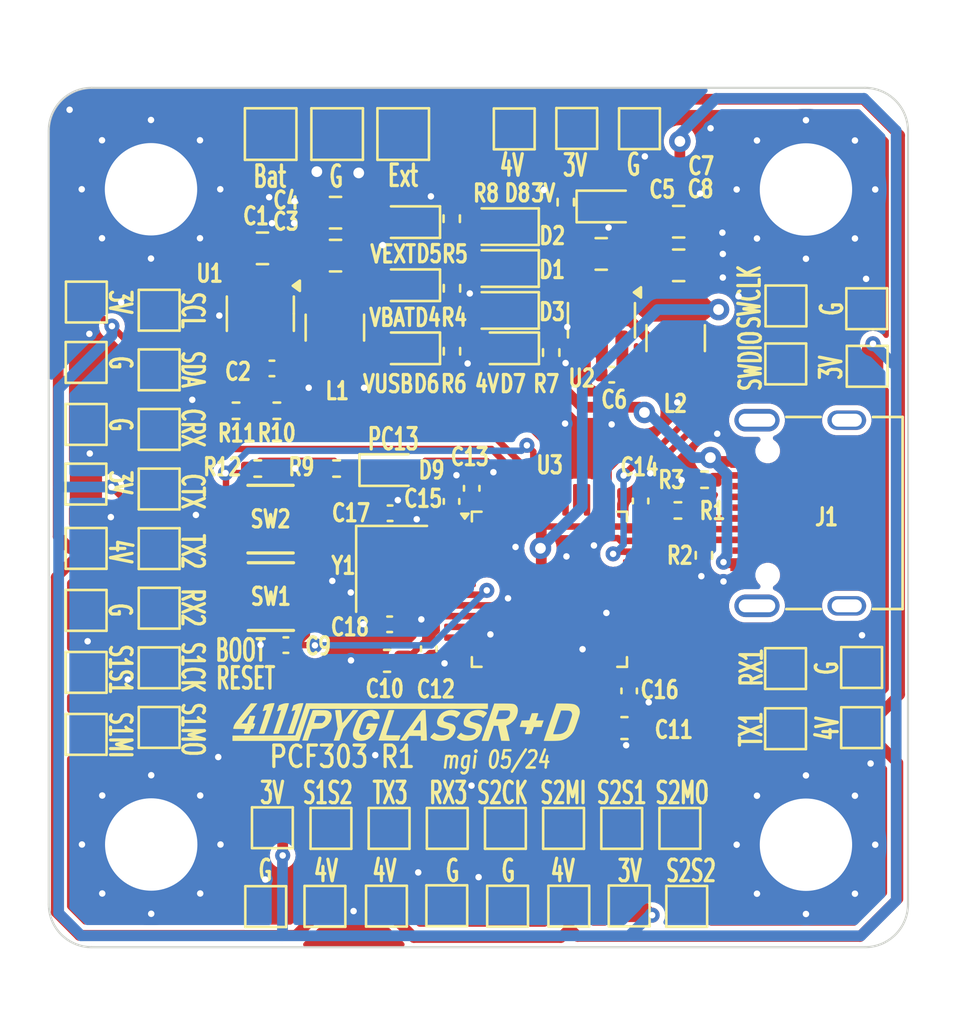
<source format=kicad_pcb>
(kicad_pcb (version 20240108) (generator "pcbnew") (generator_version "8.0")
  (layers (0 "F.Cu" signal) (31 "B.Cu" power) (34 "B.Paste" user) (35 "F.Paste" user) (36 "B.SilkS" user "B.Silkscreen") (37 "F.SilkS" user "F.Silkscreen") (38 "B.Mask" user) (39 "F.Mask" user) (44 "Edge.Cuts" user))
  (net 0 "")
  (net 1 "+BATT")
  (net 2 "GND")
  (net 3 "Net-(U2-SW)")
  (net 4 "Net-(U2-BST)")
  (net 5 "VCC")
  (net 6 "+4V")
  (net 7 "+3.3V")
  (net 8 "/HSE_IN")
  (net 9 "/HSE_OUT")
  (net 10 "/RESET")
  (net 11 "Net-(U1-SW)")
  (net 12 "Net-(U1-BST)")
  (net 13 "VBUS")
  (net 14 "Net-(D7-K)")
  (net 15 "/SPI1_MISO")
  (net 16 "VDD")
  (net 17 "Net-(D5-K)")
  (net 18 "/USB_D+")
  (net 19 "/USB_D-")
  (net 20 "/I2C1_SCL")
  (net 21 "/I2C1_SDA")
  (net 22 "/CAN_TX")
  (net 23 "/CAN_RX")
  (net 24 "/USART3_TX")
  (net 25 "/USART3_RX")
  (net 26 "/SPI2_SCK")
  (net 27 "/SPI2_MISO")
  (net 28 "/SPI2_MOSI")
  (net 29 "/SPI2_CS1")
  (net 30 "/SPI2_CS2")
  (net 31 "/USART2_TX")
  (net 32 "/USART2_RX")
  (net 33 "/SPI1_SCK")
  (net 34 "Net-(D8-K)")
  (net 35 "/SPI1_MOSI")
  (net 36 "/SPI1_CS1")
  (net 37 "/SPI1_CS2")
  (net 38 "/USART1_TX")
  (net 39 "/USART1_RX")
  (net 40 "/SWDIO")
  (net 41 "/SWCLK")
  (net 47 "/BOOT0")
  (net 52 "Net-(D9-K)")
  (net 54 "Net-(D6-K)")
  (net 56 "Net-(D4-K)")
  (net 57 "/LED")
  (net 64 "Net-(J1-CC2_B)")
  (net 66 "Net-(J1-CC1_A)")
  (footprint "LED_SMD:LED_0603_1608Metric" (layer "F.Cu") (at 115.95 117.79)
    (property "Reference" "D9")
    (property "Value" "Orange PC13")
  )
  (footprint "Capacitor_SMD:C_0402_1005Metric" (layer "F.Cu") (at 126.21 113.35)
    (property "Reference" "C6")
    (property "Value" "100n")
  )
  (footprint "Package_TO_SOT_SMD:TSOT-23-6" (layer "F.Cu") (at 125.73 110.82 -90)
    (property "Reference" "U2")
    (property "Value" "AP63203WU")
  )
  (footprint "Inductor_SMD:L_1210_3225Metric" (layer "F.Cu") (at 113.32 111.16 90)
    (property "Reference" "L1")
    (property "Value" "4.7uH")
  )
  (footprint "Capacitor_SMD:C_0805_2012Metric" (layer "F.Cu") (at 113.35 105.81 180)
    (property "Reference" "C4")
    (property "Value" "22u")
  )
  (footprint "Resistor_SMD:R_0402_1005Metric" (layer "F.Cu") (at 118.76 106.09 90)
    (property "Reference" "R5")
    (property "Value" "1k5")
  )
  (footprint "project:MountingHole_4.3mm_M4_Pad_Via_Custom" (layer "F.Cu") (at 104.759581 104.719581)
    (property "Reference" "H1" (hide yes))
    (property "Value" "MountingHole")
  )
  (footprint "TestPoint:TestPoint_Pad_1.5x1.5mm" (layer "F.Cu") (at 127.02 138.08)
    (property "Reference" "TP2")
    (property "Value" "3V")
  )
  (footprint "TestPoint:TestPoint_Pad_1.5x1.5mm" (layer "F.Cu") (at 115.844284 134.47)
    (property "Reference" "TP40")
    (property "Value" "TX3")
  )
  (footprint "project:MountingHole_4.3mm_M4_Pad_Via_Custom" (layer "F.Cu") (at 135.25 104.73)
    (property "Reference" "H3" (hide yes))
    (property "Value" "MountingHole")
  )
  (footprint "TestPoint:TestPoint_Pad_1.5x1.5mm" (layer "F.Cu") (at 115.72 138.09)
    (property "Reference" "TP31")
    (property "Value" "4V")
  )
  (footprint "Capacitor_SMD:C_0402_1005Metric" (layer "F.Cu") (at 118.75 119.25 90)
    (property "Reference" "C15")
    (property "Value" "100n")
  )
  (footprint "Capacitor_SMD:C_0805_2012Metric" (layer "F.Cu") (at 129.325 106.23)
    (property "Reference" "C7")
    (property "Value" "22u")
  )
  (footprint "TestPoint:TestPoint_Pad_1.5x1.5mm" (layer "F.Cu") (at 118.53 138.07)
    (property "Reference" "TP43")
    (property "Value" "G")
  )
  (footprint "TestPoint:TestPoint_Pad_1.5x1.5mm" (layer "F.Cu") (at 101.74 112.78)
    (property "Reference" "TP20")
    (property "Value" "G")
  )
  (footprint "Resistor_SMD:R_0402_1005Metric" (layer "F.Cu") (at 124.07 105.32 90)
    (property "Reference" "R8")
    (property "Value" "680")
  )
  (footprint "Capacitor_SMD:C_0603_1608Metric" (layer "F.Cu") (at 115.75 126.67 180)
    (property "Reference" "C10")
    (property "Value" "10u")
  )
  (footprint "TestPoint:TestPoint_Pad_1.5x1.5mm" (layer "F.Cu") (at 110.1 138.11)
    (property "Reference" "TP46")
    (property "Value" "G")
  )
  (footprint "Diode_SMD:D_SOD-323" (layer "F.Cu") (at 121.2025 108.41 180)
    (property "Reference" "D1")
    (property "Value" "BAT60JFILM")
  )
  (footprint "Resistor_SMD:R_0402_1005Metric" (layer "F.Cu") (at 130.53 118.24 180)
    (property "Reference" "R3")
    (property "Value" "5k1")
  )
  (footprint "Package_TO_SOT_SMD:TSOT-23-6" (layer "F.Cu") (at 109.85 110.5125 -90)
    (property "Reference" "U1")
    (property "Value" "AP63205WU")
  )
  (footprint "Resistor_SMD:R_0402_1005Metric" (layer "F.Cu") (at 118.77 112.26 -90)
    (property "Reference" "R6")
    (property "Value" "1k5")
  )
  (footprint "TestPoint:TestPoint_Pad_1.5x1.5mm" (layer "F.Cu") (at 105.14 113.124285 90)
    (property "Reference" "TP39")
    (property "Value" "SDA")
  )
  (footprint "Capacitor_SMD:C_0402_1005Metric" (layer "F.Cu") (at 110.39 113.06)
    (property "Reference" "C2")
    (property "Value" "100n")
  )
  (footprint "TestPoint:TestPoint_Pad_1.5x1.5mm" (layer "F.Cu") (at 138.08 110.28)
    (property "Reference" "TP29")
    (property "Value" "G")
  )
  (footprint "TestPoint:TestPoint_Pad_1.5x1.5mm" (layer "F.Cu") (at 124.58 101.89)
    (property "Reference" "TP45")
    (property "Value" "3V")
  )
  (footprint "LED_SMD:LED_0603_1608Metric" (layer "F.Cu") (at 116.73 106.25 180)
    (property "Reference" "D5")
    (property "Value" "RED V5 External" (hide yes))
  )
  (footprint "TestPoint:TestPoint_Pad_1.5x1.5mm" (layer "F.Cu") (at 121.258568 134.47)
    (property "Reference" "TP6")
    (property "Value" "S2CK")
  )
  (footprint "TestPoint:TestPoint_Pad_1.5x1.5mm" (layer "F.Cu") (at 105.14 129.77)
    (property "Reference" "TP9")
    (property "Value" "S1MO")
  )
  (footprint "TestPoint:TestPoint_Pad_1.5x1.5mm" (layer "F.Cu") (at 134.3 129.83)
    (property "Reference" "TP22")
    (property "Value" "TX1")
  )
  (footprint "LED_SMD:LED_0603_1608Metric" (layer "F.Cu") (at 116.73 112.12375 180)
    (property "Reference" "D6")
    (property "Value" "RED V5 USB")
  )
  (footprint "TestPoint:TestPoint_Pad_1.5x1.5mm" (layer "F.Cu") (at 101.73 118.444286)
    (property "Reference" "TP17")
    (property "Value" "3V")
  )
  (footprint "project:EVPAA602" (layer "F.Cu") (at 110.325 120.075 180)
    (property "Reference" "SW2")
    (property "Value" "SW_Push")
  )
  (footprint "TestPoint:TestPoint_Pad_1.5x1.5mm" (layer "F.Cu") (at 134.32 110.15)
    (property "Reference" "TP28")
    (property "Value" "SWCLK")
  )
  (footprint "project:AMPHENOL_10155435-00011LF" (layer "F.Cu") (at 137.15 119.79 90)
    (property "Reference" "J1")
    (property "Value" "10155435-00011LF")
  )
  (footprint "LED_SMD:LED_0603_1608Metric" (layer "F.Cu") (at 126.06 105.52)
    (property "Reference" "D8")
    (property "Value" "GREEN V3")
  )
  (footprint "TestPoint:TestPoint_Pad_1.5x1.5mm" (layer "F.Cu") (at 126.672852 134.47)
    (property "Reference" "TP12")
    (property "Value" "S2S1")
  )
  (footprint "TestPoint:TestPoint_Pad_1.5x1.5mm" (layer "F.Cu") (at 101.74 115.665714)
    (property "Reference" "TP35")
    (property "Value" "G")
  )
  (footprint "TestPoint:TestPoint_Pad_1.5x1.5mm" (layer "F.Cu") (at 129.38 134.47)
    (property "Reference" "TP10")
    (property "Value" "S2MO")
  )
  (footprint "TestPoint:TestPoint_Pad_1.5x1.5mm" (layer "F.Cu") (at 127.5 101.9)
    (property "Reference" "TP41")
    (property "Value" "G")
  )
  (footprint "Diode_SMD:D_SOD-323" (layer "F.Cu") (at 121.2025 106.46 180)
    (property "Reference" "D2")
    (property "Value" "BAT60JFILM")
  )
  (footprint "TestPoint:TestPoint_Pad_1.5x1.5mm" (layer "F.Cu") (at 124.21 138.09)
    (property "Reference" "TP4")
    (property "Value" "4V")
  )
  (footprint "Resistor_SMD:R_0402_1005Metric" (layer "F.Cu") (at 123.39 112.32 -90)
    (property "Reference" "R7")
    (property "Value" "1k2")
  )
  (footprint "TestPoint:TestPoint_Pad_1.5x1.5mm" (layer "F.Cu") (at 112.857142 138.1)
    (property "Reference" "TP38")
    (property "Value" "4V")
  )
  (footprint "Resistor_SMD:R_0402_1005Metric" (layer "F.Cu") (at 130.5 121.76 -90)
    (property "Reference" "R2")
    (property "Value" "5k1")
  )
  (footprint "TestPoint:TestPoint_Pad_1.5x1.5mm" (layer "F.Cu") (at 137.84 126.98)
    (property "Reference" "TP26")
    (property "Value" "G")
  )
  (footprint "TestPoint:TestPoint_Pad_1.5x1.5mm" (layer "F.Cu") (at 105.14 121.44714)
    (property "Reference" "TP32")
    (property "Value" "TX2")
  )
  (footprint "Capacitor_SMD:C_0402_1005Metric" (layer "F.Cu") (at 111.04 125.94 180)
    (property "Reference" "C9")
    (property "Value" "100n")
  )
  (footprint "TestPoint:TestPoint_Pad_1.5x1.5mm" (layer "F.Cu") (at 105.14 118.672855)
    (property "Reference" "TP19")
    (property "Value" "CTX")
  )
  (footprint "TestPoint:TestPoint_Pad_1.5x1.5mm" (layer "F.Cu") (at 110.41 134.44)
    (property "Reference" "TP1")
    (property "Value" "3V")
  )
  (footprint "TestPoint:TestPoint_Pad_1.5x1.5mm" (layer "F.Cu") (at 118.551426 134.47)
    (property "Reference" "TP42")
    (property "Value" "RX3")
  )
  (footprint "TestPoint:TestPoint_Pad_1.5x1.5mm" (layer "F.Cu") (at 101.74 130.094286)
    (property "Reference" "TP7")
    (property "Value" "S1MI")
  )
  (footprint "Resistor_SMD:R_0402_1005Metric" (layer "F.Cu") (at 129.29 119.67)
    (property "Reference" "R1")
    (property "Value" "1k5")
  )
  (footprint "TestPoint:TestPoint_Pad_1.5x1.5mm" (layer "F.Cu") (at 101.74 121.437142)
    (property "Reference" "TP3")
    (property "Value" "4V")
  )
  (footprint "Capacitor_SMD:C_0402_1005Metric" (layer "F.Cu") (at 115.87 124.97 180)
    (property "Reference" "C18")
    (property "Value" "18p")
  )
  (footprint "Resistor_SMD:R_0402_1005Metric" (layer "F.Cu") (at 110.62 115.03)
    (property "Reference" "R10")
    (property "Value" "3k3")
  )
  (footprint "TestPoint:TestPoint_Pad_1.5x1.5mm" (layer "F.Cu") (at 129.7 138.1)
    (property "Reference" "TP14")
    (property "Value" "S2S2")
  )
  (footprint "Resistor_SMD:R_0402_1005Metric" (layer "F.Cu") (at 109.73 117.72 180)
    (property "Reference" "R12")
    (property "Value" "10k")
  )
  (footprint "project:EVPAA602" (layer "F.Cu") (at 110.34 123.68)
    (property "Reference" "SW1")
    (property "Value" "SW_Push")
  )
  (footprint "TestPoint:TestPoint_Pad_1.5x1.5mm" (layer "F.Cu") (at 121.67 101.91)
    (property "Reference" "TP44")
    (property "Value" "4V")
  )
  (footprint "TestPoint:TestPoint_Pad_1.5x1.5mm" (layer "F.Cu") (at 101.74 127.20857)
    (property "Reference" "TP11")
    (property "Value" "S1S1")
  )
  (footprint "Capacitor_SMD:C_0402_1005Metric" (layer "F.Cu") (at 127.02 128.07 -90)
    (property "Reference" "C16")
    (property "Value" "100n")
  )
  (footprint "project:MountingHole_4.3mm_M4_Pad_Via_Custom" (layer "F.Cu") (at 135.25 135.23)
    (property "Reference" "H4" (hide yes))
    (property "Value" "MountingHole")
  )
  (footprint "Capacitor_SMD:C_0402_1005Metric" (layer "F.Cu") (at 119.69 118.64 90)
    (property "Reference" "C13")
    (property "Value" "100n")
  )
  (footprint "project:4111spyglassrnd" (layer "F.Cu") (at 116.93 131.4)
    (property "Reference" "G***" (hide yes))
    (property "Value" "LOGO" (hide yes))
  )
  (footprint "Inductor_SMD:L_1210_3225Metric" (layer "F.Cu") (at 129.185 111.65 90)
    (property "Reference" "L2")
    (property "Value" "3.3uH")
  )
  (footprint "Capacitor_SMD:C_0402_1005Metric" (layer "F.Cu") (at 115.89 119.8)
    (property "Reference" "C17")
    (property "Value" "18p")
  )
  (footprint "Capacitor_SMD:C_0805_2012Metric" (layer "F.Cu") (at 125.72 107.73)
    (property "Reference" "C5")
    (property "Value" "10u")
  )
  (footprint "TestPoint:TestPoint_Pad_1.5x1.5mm" (layer "F.Cu") (at 123.96571 134.47)
    (property "Reference" "TP8")
    (property "Value" "S2MI")
  )
  (footprint "Resistor_SMD:R_0402_1005Metric" (layer "F.Cu") (at 118.77 109.33 -90)
    (property "Reference" "R4")
    (property "Value" "1k5")
  )
  (footprint "TestPoint:TestPoint_Pad_1.5x1.5mm" (layer "F.Cu") (at 101.75 109.97)
    (property "Reference" "TP36")
    (property "Value" "3V")
  )
  (footprint "Diode_SMD:D_SOD-323" (layer "F.Cu") (at 121.2025 110.36 180)
    (property "Reference" "D3")
    (property "Value" "BAT60JFILM")
  )
  (footprint "Capacitor_SMD:C_0402_1005Metric" (layer "F.Cu") (at 127.55 119.23 90)
    (property "Reference" "C14")
    (property "Value" "100n")
  )
  (footprint "LED_SMD:LED_0603_1608Metric" (layer "F.Cu") (at 121.3325 112.12375 180)
    (property "Reference" "D7")
    (property "Value" "GREEN V4")
  )
  (footprint "Capacitor_SMD:C_0805_2012Metric" (layer "F.Cu") (at 109.95 107.47)
    (property "Reference" "C1")
    (property "Value" "10u")
  )
  (footprint "TestPoint:TestPoint_Pad_1.5x1.5mm" (layer "F.Cu") (at 134.31 112.85)
    (property "Reference" "TP27")
    (property "Value" "SWDIO")
  )
  (footprint "TestPoint:TestPoint_Pad_2.0x2.0mm" (layer "F.Cu") (at 113.425 102.15)
    (property "Reference" "TP33")
    (property "Value" "G")
  )
  (footprint "TestPoint:TestPoint_Pad_1.5x1.5mm" (layer "F.Cu") (at 105.14 124.221425)
    (property "Reference" "TP34")
    (property "Value" "RX2")
  )
  (footprint "Package_QFP:LQFP-48_7x7mm_P0.5mm" (layer "F.Cu") (at 123.3075 123.34)
    (property "Reference" "U3")
    (property "Value" "STM32F303CCTx")
  )
  (footprint "TestPoint:TestPoint_Pad_1.5x1.5mm" (layer "F.Cu") (at 105.14 115.89857)
    (property "Reference" "TP18")
    (property "Value" "CRX")
  )
  (footprint "TestPoint:TestPoint_Pad_1.5x1.5mm" (layer "F.Cu") (at 101.74 124.322856)
    (property "Reference" "TP15")
    (property "Value" "G")
  )
  (footprint "project:MountingHole_4.3mm_M4_Pad_Via_Custom" (layer "F.Cu") (at 104.77 135.22)
    (property "Reference" "H2" (hide yes))
    (property "Value" "MountingHole")
  )
  (footprint "TestPoint:TestPoint_Pad_1.5x1.5mm" (layer "F.Cu") (at 105.14 126.99571)
    (property "Reference" "TP5")
    (property "Value" "S1CK")
  )
  (footprint "TestPoint:TestPoint_Pad_1.5x1.5mm" (layer "F.Cu") (at 137.84 129.78)
    (property "Reference" "TP21")
    (property "Value" "4V")
  )
  (footprint "TestPoint:TestPoint_Pad_1.5x1.5mm" (layer "F.Cu") (at 113.137142 134.47)
    (property "Reference" "TP13")
    (property "Value" "S1S2")
  )
  (footprint "Crystal:Crystal_SMD_3225-4Pin_3.2x2.5mm" (layer "F.Cu") (at 115.96 122.39 -90)
    (property "Reference" "Y1")
    (property "Value" "8MHz")
  )
  (footprint "TestPoint:TestPoint_Pad_1.5x1.5mm" (layer "F.Cu") (at 121.36 138.09)
    (property "Reference" "TP16")
    (property "Value" "G")
  )
  (footprint "Capacitor_SMD:C_0805_2012Metric" (layer "F.Cu") (at 129.325 108.26)
    (property "Reference" "C8")
    (property "Value" "22u")
  )
  (footprint "TestPoint:TestPoint_Pad_1.5x1.5mm" (layer "F.Cu") (at 105.14 110.35 90)
    (property "Reference" "TP37")
    (property "Value" "SCL")
  )
  (footprint "Resistor_SMD:R_0402_1005Metric" (layer "F.Cu") (at 108.72 115.03 180)
    (property "Reference" "R11")
    (property "Value" "3k3")
  )
  (footprint "Capacitor_SMD:C_0603_1608Metric" (layer "F.Cu") (at 126.8 129.8)
    (property "Reference" "C11")
    (property "Value" "10u")
  )
  (footprint "Capacitor_SMD:C_0805_2012Metric" (layer "F.Cu") (at 113.35 107.81 180)
    (property "Reference" "C3")
    (property "Value" "22u")
  )
  (footprint "LED_SMD:LED_0603_1608Metric" (layer "F.Cu") (at 116.73 109.186875 180)
    (property "Reference" "D4")
    (property "Value" "RED V5 Internal" (hide yes))
  )
  (footprint "Capacitor_SMD:C_0402_1005Metric" (layer "F.Cu") (at 117.69 126.11 -90)
    (property "Reference" "C12")
    (property "Value" "100n")
  )
  (footprint "TestPoint:TestPoint_Pad_2.0x2.0mm" (layer "F.Cu") (at 116.5 102.15)
    (property "Reference" "TP30")
    (property "Value" "Ext")
  )
  (footprint "Resistor_SMD:R_0402_1005Metric" (layer "F.Cu") (at 113.4 117.72 180)
    (property "Reference" "R9")
    (property "Value" "680")
  )
  (footprint "TestPoint:TestPoint_Pad_1.5x1.5mm" (layer "F.Cu") (at 138.1 112.96)
    (property "Reference" "TP24")
    (property "Value" "3V")
  )
  (footprint "TestPoint:TestPoint_Pad_2.0x2.0mm" (layer "F.Cu") (at 110.33 102.15)
    (property "Reference" "TP25")
    (property "Value" "Bat")
  )
  (footprint "TestPoint:TestPoint_Pad_1.5x1.5mm" (layer "F.Cu") (at 134.3 127.03)
    (property "Reference" "TP23")
    (property "Value" "RX1")
  )
  (gr_arc (start 138 100) (mid 139.414214 100.585786) (end 140 102) (stroke (width 0.1)) (layer "Edge.Cuts"))
  (gr_line (start 102 100) (end 138 100) (stroke (width 0.1)) (layer "Edge.Cuts"))
  (gr_line (start 100 138) (end 100 102) (stroke (width 0.1)) (layer "Edge.Cuts"))
  (gr_line (start 138 140) (end 102 140) (stroke (width 0.1)) (layer "Edge.Cuts"))
  (gr_arc (start 140 138) (mid 139.414214 139.414214) (end 138 140) (stroke (width 0.1)) (layer "Edge.Cuts"))
  (gr_line (start 140 102) (end 140 138) (stroke (width 0.1)) (layer "Edge.Cuts"))
  (gr_arc (start 100 102) (mid 100.585786 100.585786) (end 102 100) (stroke (width 0.1)) (layer "Edge.Cuts"))
  (gr_arc (start 102 140) (mid 100.585786 139.414214) (end 100 138) (stroke (width 0.1)) (layer "Edge.Cuts"))
  (gr_text "4V" (at 119.76 114.24 0) (layer "F.SilkS") (effects (font (size 0.8 0.6) (thickness 0.15) (bold yes)) (justify left bottom)))
  (gr_text "VBAT" (at 114.84 111.163125 0) (layer "F.SilkS") (effects (font (size 0.8 0.6) (thickness 0.15) (bold yes)) (justify left bottom)))
  (gr_text "PC13" (at 114.77 116.94 0) (layer "F.SilkS") (effects (font (size 1 0.6) (thickness 0.15) (bold yes)) (justify left bottom)))
  (gr_text "VUSB" (at 114.55 114.25 0) (layer "F.SilkS") (effects (font (size 0.8 0.6) (thickness 0.15) (bold yes)) (justify left bottom)))
  (gr_text "3V" (at 122.38 105.37 0) (layer "F.SilkS") (effects (font (size 0.8 0.6) (thickness 0.15) (bold yes)) (justify left bottom)))
  (gr_text "mgi 05/24" (at 118.23 131.74 0) (layer "F.SilkS") (effects (font (size 0.8 0.6) (thickness 0.12) (bold yes) (italic yes)) (justify left bottom)))
  (gr_text "BOOT" (at 107.68 126.77 0) (layer "F.SilkS") (effects (font (size 1 0.6)) (justify left bottom)))
  (gr_text "RESET" (at 107.71 128.07 0) (layer "F.SilkS") (effects (font (size 1 0.6)) (justify left bottom)))
  (gr_text "VEXT" (at 114.89 108.21 0) (layer "F.SilkS") (effects (font (size 0.8 0.6) (thickness 0.15) (bold yes)) (justify left bottom)))
  (gr_text "PCF303 R1" (at 110.19 131.72 0) (layer "F.SilkS") (effects (font (size 1 0.8)) (justify left bottom)))
  (segment (start 108.95 107.52) (end 108.95 109.3625) (width 0.5) (layer "F.Cu") (net 1))
  (segment (start 109 107.47) (end 108.95 107.52) (width 0.5) (layer "F.Cu") (net 1))
  (segment (start 109.375 103.105) (end 110.33 102.15) (width 0.5) (layer "F.Cu") (net 1))
  (segment (start 109 107.47) (end 109.9 108.37) (width 0.5) (layer "F.Cu") (net 1))
  (segment (start 109.9 108.37) (end 109.9 109.3625) (width 0.5) (layer "F.Cu") (net 1))
  (segment (start 109.185 107.47) (end 109 107.47) (width 0.3) (layer "F.Cu") (net 1))
  (segment (start 109.31 107.575) (end 109.275 107.61) (width 0.5) (layer "F.Cu") (net 1))
  (segment (start 109.31 107.595) (end 109.185 107.47) (width 0.3) (layer "F.Cu") (net 1))
  (segment (start 108.95 108.085) (end 109.375 107.66) (width 0.5) (layer "F.Cu") (net 1))
  (segment (start 108.95 109.3625) (end 108.95 108.085) (width 0.5) (layer "F.Cu") (net 1))
  (segment (start 109 107.47) (end 109.375 107.095) (width 0.5) (layer "F.Cu") (net 1))
  (segment (start 109.9 108.185) (end 109.375 107.66) (width 0.5) (layer "F.Cu") (net 1))
  (segment (start 109.375 107.095) (end 109.375 103.105) (width 0.5) (layer "F.Cu") (net 1))
  (segment (start 109.63 102.82) (end 110.35 102.1) (width 0.5) (layer "F.Cu") (net 1))
  (segment (start 109.9 109.3625) (end 108.95 109.3625) (width 0.5) (layer "F.Cu") (net 1))
  (segment (start 109.9 109.3625) (end 109.9 108.185) (width 0.5) (layer "F.Cu") (net 1))
  (segment (start 126.06 106.5) (end 126.06 107.12) (width 0.3) (layer "F.Cu") (net 2))
  (segment (start 130.275 106.27) (end 130.315 106.23) (width 0.5) (layer "F.Cu") (net 2))
  (segment (start 115.39 124.97) (end 115.38 124.96) (width 0.3) (layer "F.Cu") (net 2))
  (segment (start 113.425 102.955) (end 113.425 102.15) (width 0.3) (layer "F.Cu") (net 2))
  (segment (start 111.5 117.74) (end 112.86 117.74) (width 0.3) (layer "F.Cu") (net 2))
  (segment (start 110.925 106.835) (end 110.925 107.66) (width 0.3) (layer "F.Cu") (net 2))
  (segment (start 130.275 106.23) (end 130.85 106.23) (width 0.3) (layer "F.Cu") (net 2))
  (segment (start 137.86 125.48) (end 137.86 126.96) (width 0.3) (layer "F.Cu") (net 2))
  (segment (start 118.75 118.26) (end 118.75 118.77) (width 0.5) (layer "F.Cu") (net 2))
  (segment (start 130.275 108.26) (end 130.85 108.26) (width 0.3) (layer "F.Cu") (net 2))
  (segment (start 116.37 119.31) (end 116.37 119.8) (width 0.3) (layer "F.Cu") (net 2))
  (segment (start 111.86 105.27) (end 112.4 105.81) (width 0.3) (layer "F.Cu") (net 2))
  (segment (start 126.49938 120.96) (end 126.62938 121.09) (width 0.3) (layer "F.Cu") (net 2))
  (segment (start 124.01 104.75) (end 124.07 104.81) (width 0.3) (layer "F.Cu") (net 2))
  (segment (start 117.79 105.05) (end 118.12 105.38) (width 0.3) (layer "F.Cu") (net 2))
  (segment (start 127.55 118.39) (end 127.55 118.75) (width 0.3) (layer "F.Cu") (net 2))
  (segment (start 118.424506 126.787667) (end 117.887667 126.787667) (width 0.3) (layer "F.Cu") (net 2))
  (segment (start 101.84 115.544284) (end 101.84 115.43) (width 0.3) (layer "F.Cu") (net 2))
  (segment (start 116.37 120.85) (end 116.81 121.29) (width 0.3) (layer "F.Cu") (net 2))
  (segment (start 112.4 107.28) (end 112.4 107.81) (width 0.3) (layer "F.Cu") (net 2))
  (segment (start 119.6 109.57) (end 119.33 109.84) (width 0.3) (layer "F.Cu") (net 2))
  (segment (start 131.41063 122.976765) (end 131.423865 122.99) (width 0.3) (layer "F.Cu") (net 2))
  (segment (start 119.33 109.84) (end 118.77 109.84) (width 0.3) (layer "F.Cu") (net 2))
  (segment (start 125.02562 126.13) (end 125.5575 126.66188) (width 0.3) (layer "F.Cu") (net 2))
  (segment (start 118.98 118.03) (end 119.56 118.03) (width 0.3) (layer "F.Cu") (net 2))
  (segment (start 107.94 110.69) (end 108.9 111.65) (width 0.3) (layer "F.Cu") (net 2))
  (segment (start 116.25 119.19) (end 116.37 119.31) (width 0.3) (layer "F.Cu") (net 2))
  (segment (start 123.05 104.75) (end 124.01 104.75) (width 0.3) (layer "F.Cu") (net 2))
  (segment (start 124.06 112.81) (end 123.41 112.81) (width 0.3) (layer "F.Cu") (net 2))
  (segment (start 117.2 136.52) (end 117.2 136.74) (width 0.3) (layer "F.Cu") (net 2))
  (segment (start 118.98 118.03) (end 118.75 118.26) (width 0.5) (layer "F.Cu") (net 2))
  (segment (start 130.38 122.39) (end 130.38 122.73) (width 0.3) (layer "F.Cu") (net 2))
  (segment (start 125.5575 126.66188) (end 125.5575 127.275393) (width 0.3) (layer "F.Cu") (net 2))
  (segment (start 128 117.94) (end 127.55 118.39) (width 0.3) (layer "F.Cu") (net 2))
  (segment (start 110.08 138.09) (end 110.1 138.11) (width 0.3) (layer "F.Cu") (net 2))
  (segment (start 138.05 110.25) (end 138.08 110.28) (width 0.3) (layer "F.Cu") (net 2))
  (segment (start 101.84 116.95) (end 101.84 115.43) (width 0.5) (layer "F.Cu") (net 2))
  (segment (start 124.14 111.13) (end 124.78 111.77) (width 0.3) (layer "F.Cu") (net 2))
  (segment (start 130.85 108.26) (end 131.38 107.73) (width 0.3) (layer "F.Cu") (net 2))
  (segment (start 110.39 106.3) (end 110.925 106.835) (width 0.3) (layer "F.Cu") (net 2))
  (segment (start 117.13 120.97) (end 116.81 121.29) (width 0.3) (layer "F.Cu") (net 2))
  (segment (start 107.94 110.6) (end 107.94 110.69) (width 0.3) (layer "F.Cu") (net 2))
  (segment (start 101.84 112.737142) (end 102.347142 112.737142) (width 0.3) (layer "F.Cu") (net 2))
  (segment (start 121.05 124.09) (end 119.145 124.09) (width 0.3) (layer "F.Cu") (net 2))
  (segment (start 115.45 124.88) (end 115.52 124.88) (width 0.3) (layer "F.Cu") (net 2))
  (segment (start 116.887273 121.13) (end 116.69 121.13) (width 0.3) (layer "F.Cu") (net 2))
  (segment (start 127.75 102.15) (end 127.5 101.9) (width 0.5) (layer "F.Cu") (net 2))
  (segment (start 124.78 111.77) (end 124.78 111.9575) (width 0.3) (layer "F.Cu") (net 2))
  (segment (start 117.34461 124.741545) (end 117.445729 124.741545) (width 0.3) (layer "F.Cu") (net 2))
  (segment (start 120.01 136.74) (end 121.36 138.09) (width 0.3) (layer "F.Cu") (net 2))
  (segment (start 114.955 126.65) (end 114.975 126.67) (width 0.3) (layer "F.Cu") (net 2))
  (segment (start 110.55 125.93) (end 110.56 125.94) (width 0.3) (layer "F.Cu") (net 2))
  (segment (start 112.48 103.9) (end 113.425 102.955) (width 0.3) (layer "F.Cu") (net 2))
  (segment (start 124.85 126.13) (end 125.02562 126.13) (width 0.3) (layer "F.Cu") (net 2))
  (segment (start 123.41 112.81) (end 123.39 112.83) (width 0.3) (layer "F.Cu") (net 2))
  (segment (start 114.06 123.49) (end 115.11 123.49) (width 0.3) (layer "F.Cu") (net 2))
  (segment (start 126.88 130.6) (end 127.575 129.905) (width 0.3) (layer "F.Cu") (net 2))
  (segment (start 118.12 105.38) (end 118.74 105.38) (width 0.3) (layer "F.Cu") (net 2))
  (segment (start 129.48 118.24) (end 130.02 118.24) (width 0.3) (layer "F.Cu") (net 2))
  (segment (start 126.06 107.12) (end 126.67 107.73) (width 0.3) (layer "F.Cu") (net 2))
  (segment (start 112.015 122.955) (end 113.195 122.955) (width 0.3) (layer "F.Cu") (net 2))
  (segment (start 127.02 128.55) (end 127.88 128.55) (width 0.3) (layer "F.Cu") (net 2))
  (segment (start 130.315 104.925) (end 130.32 104.92) (width 0.3) (layer "F.Cu") (net 2))
  (segment (start 129.46 118.26) (end 129.48 118.24) (width 0.3) (layer "F.Cu") (net 2))
  (segment (start 101.74 111.599999) (end 101.74 112.78) (width 0.3) (layer "F.Cu") (net 2))
  (segment (start 137.86 126.96) (end 137.84 126.98) (width 0.3) (layer "F.Cu") (net 2))
  (segment (start 127.575 129.905) (end 127.575 129.8) (width 0.3) (layer "F.Cu") (net 2))
  (segment (start 130.85 106.23) (end 131.36 106.74) (width 0.3) (layer "F.Cu") (net 2))
  (segment (start 132.33 116.59) (end 132.59 116.59) (width 0.3) (layer "F.Cu") (net 2))
  (segment (start 115.38 124.96) (end 114.64 124.96) (width 0.3) (layer "F.Cu") (net 2))
  (segment (start 111.48 117.72) (end 111.5 117.74) (width 0.3) (layer "F.Cu") (net 2))
  (segment (start 111.44 105.27) (end 111.86 105.27) (width 0.3) (layer "F.Cu") (net 2))
  (segment (start 125.38 121.3) (end 125.72 120.96) (width 0.3) (layer "F.Cu") (net 2))
  (segment (start 110.08 136.85) (end 110.08 138.09) (width 0.3) (layer "F.Cu") (net 2))
  (segment (start 118.097274 124.09) (end 119.145 124.09) (width 0.3) (layer "F.Cu") (net 2))
  (segment (start 130.315 106.23) (end 130.315 104.925) (width 0.3) (layer "F.Cu") (net 2))
  (segment (start 131.12 116.1) (end 131.61 116.1) (width 0.3) (layer "F.Cu") (net 2))
  (segment (start 124.85 126.13) (end 125.04562 126.13) (width 0.3) (layer "F.Cu") (net 2))
  (segment (start 131.61 116.1) (end 132.1 116.59) (width 0.3) (layer "F.Cu") (net 2))
  (segment (start 119.5 112.83) (end 118.8725 112.83) (width 0.3) (layer "F.Cu") (net 2))
  (segment (start 112.86 117.74) (end 112.89 117.77) (width 0.3) (layer "F.Cu") (net 2))
  (segment (start 119.56 118.03) (end 119.69 118.16) (width 0.3) (layer "F.Cu") (net 2))
  (segment (start 101.89 111.449999) (end 101.74 111.599999) (width 0.3) (layer "F.Cu") (net 2))
  (segment (start 127.88 128.55) (end 127.93 128.6) (width 0.3) (layer "F.Cu") (net 2))
  (segment (start 113.195 122.955) (end 113.2 122.95) (width 0.3) (layer "F.Cu") (net 2))
  (segment (start 138.05 108.89) (end 138.05 110.25) (width 0.3) (layer "F.Cu") (net 2))
  (segment (start 130.5 122.27) (end 130.38 122.39) (width 0.3) (layer "F.Cu") (net 2))
  (segment (start 118.8725 112.83) (end 118.8625 112.82) (width 0.3) (layer "F.Cu") (net 2))
  (segment (start 120.7 117.89) (end 121.0575 118.2475) (width 0.3) (layer "F.Cu") (net 2))
  (segment (start 130.81 108.26) (end 131.38 108.83) (width 0.3) (layer "F.Cu") (net 2))
  (segment (start 121.38 123.76) (end 121.05 124.09) (width 0.3) (layer "F.Cu") (net 2))
  (segment (start 117.445729 124.741545) (end 118.097274 124.09) (width 0.3) (layer "F.Cu") (net 2))
  (segment (start 114.07 126.65) (end 114.955 126.65) (width 0.3) (layer "F.Cu") (net 2))
  (segment (start 117.2 136.74) (end 118.53 138.07) (width 0.3) (layer "F.Cu") (net 2))
  (segment (start 116.37 119.8) (end 116.37 120.85) (width 0.3) (layer "F.Cu") (net 2))
  (segment (start 127.75 103.19) (end 127.75 102.15) (width 0.5) (layer "F.Cu") (net 2))
  (segment (start 117.887667 126.787667) (end 117.69 126.59) (width 0.3) (layer "F.Cu") (net 2))
  (segment (start 126.62938 121.09) (end 127.47 121.09) (width 0.3) (layer "F.Cu") (net 2))
  (segment (start 111.42 106.3) (end 112.4 107.28) (width 0.3) (layer "F.Cu") (net 2))
  (segment (start 121.0575 118.2475) (end 121.0575 119.1775) (width 0.3) (layer "F.Cu") (net 2))
  (segment (start 118.87 112.81) (end 118.89 112.83) (width 0.3) (layer "F.Cu") (net 2))
  (segment (start 111.48 117.72) (end 110.24 117.72) (width 0.3) (layer "F.Cu") (net 2))
  (segment (start 117.13 120.08) (end 117.13 120.97) (width 0.3) (layer "F.Cu") (net 2))
  (segment (start 108.9225 111.61) (end 108.95 111.6375) (width 0.3) (layer "F.Cu") (net 2))
  (segment (start 101.91 117.02) (end 101.84 116.95) (width 0.5) (layer "F.Cu") (net 2))
  (segment (start 109.86 125.93) (end 110.55 125.93) (width 0.3) (layer "F.Cu") (net 2))
  (segment (start 101.81 125.76) (end 101.78 125.73) (width 0.3) (layer "F.Cu") (net 2))
  (segment (start 131.423865 122.99) (end 132.36 122.99) (width 0.3) (layer "F.Cu") (net 2))
  (segment (start 130.275 108.26) (end 130.81 108.26) (width 0.3) (layer "F.Cu") (net 2))
  (segment (start 118.74 105.38) (end 118.79 105.33) (width 0.3) (layer "F.Cu") (net 2))
  (segment (start 101.78 125.73) (end 101.78 124.14) (width 0.3) (layer "F.Cu") (net 2))
  (segment (start 114.43 103.96) (end 113.425 102.955) (width 0.3) (layer "F.Cu") (net 2))
  (segment (start 125.72 120.96) (end 126.49938 120.96) (width 0.3) (layer "F.Cu") (net 2))
  (via (at 118.424506 126.787667) (size 0.7) (drill 0.3) (layers "F.Cu" "B.Cu") (net 2))
  (via (at 119.5 112.83) (size 0.7) (drill 0.3) (layers "F.Cu" "B.Cu") (net 2))
  (via (at 118.98 118.03) (size 0.7) (drill 0.3) (layers "F.Cu" "B.Cu") (net 2))
  (via (at 106.68 114.52) (size 0.7) (drill 0.3) (layers "F.Cu" "B.Cu") (net 2))
  (via (at 115.55 107.32) (size 0.7) (drill 0.3) (layers "F.Cu" "B.Cu") (net 2))
  (via (at 115.2 131.06) (size 0.7) (drill 0.3) (layers "F.Cu" "B.Cu") (net 2))
  (via (at 114.06 123.49) (size 0.7) (drill 0.3) (layers "F.Cu" "B.Cu") (net 2))
  (via (at 125.96 124.44) (size 0.7) (drill 0.3) (layers "F.Cu" "B.Cu") (net 2))
  (via (at 117.2 136.52) (size 0.7) (drill 0.3) (layers "F.Cu" "B.Cu") (net 2))
  (via (at 101.81 125.76) (size 0.7) (drill 0.3) (layers "F.Cu" "B.Cu") (net 2))
  (via (at 124.1 121.81) (size 0.7) (drill 0.3) (layers "F.Cu" "B.Cu") (net 2))
  (via (at 107.89 131.15) (size 0.7) (drill 0.3) (layers "F.Cu" "B.Cu") (net 2))
  (via (at 114.68 113.96) (size 0.7) (drill 0.3) (layers "F.Cu" "B.Cu") (net 2))
  (via (at 111.48 117.72) (size 0.7) (drill 0.3) (layers "F.Cu" "B.Cu") (net 2))
  (via (at 114.07 126.65) (size 0.7) (drill 0.3) (layers "F.Cu" "B.Cu") (net 2))
  (via (at 103.37 109.99) (size 0.7) (drill 0.3) (layers "F.Cu" "B.Cu") (net 2))
  (via (at 113.2 122.95) (size 0.7) (drill 0.3) (layers "F.Cu" "B.Cu") (net 2))
  (via (at 138.26 131.45) (size 0.7) (drill 0.3) (layers "F.Cu" "B.Cu") (net 2))
  (via (at 107.94 110.6) (size 0.7) (drill 0.3) (layers "F.Cu" "B.Cu") (net 2))
  (via (at 129.46 118.26) (size 0.7) (drill 0.3) (layers "F.Cu" "B.Cu") (net 2))
  (via (at 109.86 125.93) (size 0.7) (drill 0.3) (layers "F.Cu" "B.Cu") (net 2))
  (via (at 124.14 111.13) (size 0.7) (drill 0.3) (layers "F.Cu" "B.Cu") (net 2))
  (via (at 132.11 109.7) (size 0.7) (drill 0.3) (layers "F.Cu" "B.Cu") (net 2))
  (via (at 112.48 103.9) (size 1) (drill 0.5) (layers "F.Cu" "B.Cu") (net 2))
  (via (at 102.89 119.98) (size 0.7) (drill 0.3) (layers "F.Cu" "B.Cu") (net 2))
  (via (at 111.44 105.27) (size 0.7) (drill 0.3) (layers "F.Cu" "B.Cu") (net 2))
  (via (at 114.64 124.96) (size 0.7) (drill 0.3) (layers "F.Cu" "B.Cu") (net 2))
  (via (at 119.68 132.48) (size 0.7) (drill 0.3) (layers "F.Cu" "B.Cu") (net 2))
  (via (at 112.1 113.96) (size 0.7) (drill 0.3) (layers "F.Cu" "B.Cu") (net 2))
  (via (at 103.68 127.54) (size 0.7) (drill 0.3) (layers "F.Cu" "B.Cu") (net 2))
  (via (at 121.73 121.37) (size 0.7) (drill 0.3) (layers "F.Cu" "B.Cu") (net 2))
  (via (at 130.81 101.88) (size 0.7) (drill 0.3) (layers "F.Cu" "B.Cu") (net 2))
  (via (at 117.13 120.08) (size 0.7) (drill 0.3) (layers "F.Cu" "B.Cu") (net 2))
  (via (at 120.01 136.74) (size 0.7) (drill 0.3) (layers "F.Cu" "B.Cu") (net 2))
  (via (at 130.32 104.92) (size 0.7) (drill 0.3) (layers "F.Cu" "B.Cu") (net 2))
  (via (at 124.06 112.81) (size 0.7) (drill 0.3) (layers "F.Cu" "B.Cu") (net 2))
  (via (at 114.43 103.96) (size 1) (drill 0.5) (layers "F.Cu" "B.Cu") (net 2))
  (via (at 129.26 114.64) (size 0.7) (drill 0.3) (layers "F.Cu" "B.Cu") (net 2))
  (via (at 101.91 117.02) (size 0.7) (drill 0.3) (layers "F.Cu" "B.Cu") (net 2))
  (via (at 131.41063 122.976765) (size 0.7) (drill 0.3) (layers "F.Cu" "B.Cu") (net 2))
  (via (at 127.75 103.19) (size 0.7) (drill 0.3) (layers "F.Cu" "B.Cu") (net 2))
  (via (at 128 117.94) (size 0.7) (drill 0.3) (layers "F.Cu" "B.Cu") (net 2))
  (via (at 119.6 109.57) (size 0.7) (drill 0.3) (layers "F.Cu" "B.Cu") (net 2))
  (via (at 111.42 106.3) (size 0.7) (drill 0.3) (layers "F.Cu" "B.Cu") (net 2))
  (via (at 124.85 126.13) (size 0.7) (drill 0.3) (layers "F.Cu" "B.Cu") (net 2))
  (via (at 127.93 128.6) (size 0.7) (drill 0.3) (layers "F.Cu" "B.Cu") (net 2))
  (via (at 117.79 105.05) (size 0.7) (drill 0.3) (layers "F.Cu" "B.Cu") (net 2))
  (via (at 101.89 111.449999) (size 0.7) (drill 0.3) (layers "F.Cu" "B.Cu") (net 2))
  (via (at 126.06 106.5) (size 0.7) (drill 0.3) (layers "F.Cu" "B.Cu") (net 2))
  (via (at 126.88 130.6) (size 0.7) (drill 0.3) (layers "F.Cu" "B.Cu") (net 2))
  (via (at 100.97 101.02) (size 0.7) (drill 0.3) (layers "F.Cu" "B.Cu") (net 2))
  (via (at 137.86 125.48) (size 0.7) (drill 0.3) (layers "F.Cu" "B.Cu") (net 2))
  (via (at 131.38 108.83) (size 0.7) (drill 0.3) (layers "F.Cu" "B.Cu") (net 2))
  (via (at 131.38 107.73) (size 0.7) (drill 0.3) (layers "F.Cu" "B.Cu") (net 2))
  (via (at 106.85 119.88) (size 0.7) (drill 0.3) (layers "F.Cu" "B.Cu") (net 2))
  (via (at 126.205025 115.665025) (size 0.7) (drill 0.3) (layers "F.Cu" "B.Cu") (net 2))
  (via (at 116.25 119.19) (size 0.7) (drill 0.3) (layers "F.Cu" "B.Cu") (net 2))
  (via (at 114.19 138.32) (size 0.7) (drill 0.3) (layers "F.Cu" "B.Cu") (net 2))
  (via (at 130.38 122.73) (size 0.7) (drill 0.3) (layers "F.Cu" "B.Cu") (net 2))
  (via (at 138.05 108.89) (size 0.7) (drill 0.3) (layers "F.Cu" "B.Cu") (net 2))
  (via (at 110.39 106.3) (size 0.7) (drill 0.3) (layers "F.Cu" "B.Cu") (net 2))
  (via (at 120.7 117.89) (size 0.7) (drill 0.3) (layers "F.Cu" "B.Cu") (net 2))
  (via (at 125.38 121.3) (size 0.7) (drill 0.3) (layers "F.Cu" "B.Cu") (net 2))
  (via (at 123.05 104.75) (size 0.7) (drill 0.3) (layers "F.Cu" "B.Cu") (net 2))
  (via (at 124.036529 115.625687) (size 0.7) (drill 0.3) (layers "F.Cu" "B.Cu") (net 2))
  (via (at 110.08 136.85) (size 0.7) (drill 0.3) (layers "F.Cu" "B.Cu") (net 2))
  (via (at 117.34461 124.741545) (size 0.7) (drill 0.3) (layers "F.Cu" "B.Cu") (net 2))
  (via (at 120.56 125.44) (size 0.7) (drill 0.3) (layers "F.Cu" "B.Cu") (net 2))
  (via (at 110.26 105.09) (size 0.7) (drill 0.3) (layers "F.Cu" "B.Cu") (net 2))
  (via (at 131.12 116.1) (size 0.7) (drill 0.3) (layers "F.Cu" "B.Cu") (net 2))
  (via (at 131.36 106.74) (size 0.7) (drill 0.3) (layers "F.Cu" "B.Cu") (net 2))
  (via (at 121.38 123.76) (size 0.7) (drill 0.3) (layers "F.Cu" "B.Cu") (net 2))
  (segment (start 129.185 113.05) (end 129.185 112.759816) (width 0.5) (layer "F.Cu") (net 3))
  (segment (start 129.185 112.947316) (end 127.082684 110.845) (width 0.5) (layer "F.Cu") (net 3))
  (segment (start 125.73 111.9575) (end 125.73 113.35) (width 0.5) (layer "F.Cu") (net 3))
  (segment (start 129.185 113.05) (end 129.185 112.947316) (width 0.5) (layer "F.Cu") (net 3))
  (segment (start 125.73 111.392316) (end 125.73 111.9575) (width 0.5) (layer "F.Cu") (net 3))
  (segment (start 127.082684 110.845) (end 126.277316 110.845) (width 0.5) (layer "F.Cu") (net 3))
  (segment (start 126.277316 110.845) (end 125.73 111.392316) (width 0.5) (layer "F.Cu") (net 3))
  (segment (start 126.68 113.34) (end 126.69 113.35) (width 0.5) (layer "F.Cu") (net 4))
  (segment (start 126.68 111.9575) (end 126.68 113.34) (width 0.5) (layer "F.Cu") (net 4))
  (segment (start 113.893125 109.186875) (end 115.815625 109.186875) (width 0.5) (layer "F.Cu") (net 5))
  (segment (start 119.84 108.06) (end 120.18 108.4) (width 0.5) (layer "F.Cu") (net 5))
  (segment (start 115.9425 109.186875) (end 117.069375 108.06) (width 0.5) (layer "F.Cu") (net 5))
  (segment (start 114.3 109.26) (end 114.3 107.81) (width 0.5) (layer "F.Cu") (net 5))
  (segment (start 117.069375 108.06) (end 119.84 108.06) (width 0.5) (layer "F.Cu") (net 5))
  (segment (start 110.85 109.3625) (end 112.9225 109.3625) (width 0.5) (layer "F.Cu") (net 5))
  (segment (start 112.9225 109.3625) (end 113.32 109.76) (width 0.5) (layer "F.Cu") (net 5))
  (segment (start 114.3 105.81) (end 114.3 107.81) (width 0.5) (layer "F.Cu") (net 5))
  (segment (start 139.53 131.43) (end 137.998629 129.898629) (width 0.5) (layer "F.Cu") (net 6))
  (segment (start 122.2525 108.3725) (end 122.28 108.4) (width 0.5) (layer "F.Cu") (net 6))
  (segment (start 114.88 137.43) (end 117 139.55) (width 0.5) (layer "F.Cu") (net 6))
  (segment (start 121.67 104.71875) (end 122.3 105.34875) (width 0.5) (layer "F.Cu") (net 6))
  (segment (start 100.35 138.37) (end 101.43 139.45) (width 0.5) (layer "F.Cu") (net 6))
  (segment (start 139.53 137.74) (end 139.53 131.43) (width 0.5) (layer "F.Cu") (net 6))
  (segment (start 122.2525 106.46) (end 123.2225 107.43) (width 0.5) (layer "F.Cu") (net 6))
  (segment (start 125.73 109.6825) (end 125.73 108.69) (width 0.5) (layer "F.Cu") (net 6))
  (segment (start 113.527142 137.43) (end 114.88 137.43) (width 0.5) (layer "F.Cu") (net 6))
  (segment (start 100.992856 121.442856) (end 101.8 121.442856) (width 0.5) (layer "F.Cu") (net 6))
  (segment (start 122.3 105.34875) (end 122.3 106.46) (width 0.5) (layer "F.Cu") (net 6))
  (segment (start 124.21 139.18) (end 124.21 138.09) (width 0.5) (layer "F.Cu") (net 6))
  (segment (start 124.62 139.5) (end 137.77 139.5) (width 0.5) (layer "F.Cu") (net 6))
  (segment (start 139.61 128.24) (end 139.61 102.21) (width 0.5) (layer "F.Cu") (net 6))
  (segment (start 123.05 100.53) (end 121.68 101.9) (width 0.5) (layer "F.Cu") (net 6))
  (segment (start 100.35 122.78) (end 100.35 138.37) (width 0.5) (layer "F.Cu") (net 6))
  (segment (start 124.7 109.6025) (end 124.78 109.6825) (width 0.5) (layer "F.Cu") (net 6))
  (segment (start 101.8 121.33) (end 100.35 122.78) (width 0.5) (layer "F.Cu") (net 6))
  (segment (start 122.2525 110.36) (end 122.2525 108.4) (width 0.5) (layer "F.Cu") (net 6))
  (segment (start 125.73 108.69) (end 124.7 107.66) (width 0.5) (layer "F.Cu") (net 6))
  (segment (start 100.44 102.71) (end 102.74 100.41) (width 0.5) (layer "F.Cu") (net 6))
  (segment (start 122.1325 110.36) (end 122.2525 110.36) (width 0.3) (layer "F.Cu") (net 6))
  (segment (start 102.74 100.41) (end 120.17 100.41) (width 0.5) (layer "F.Cu") (net 6))
  (segment (start 124.78 109.6825) (end 125.73 109.6825) (width 0.5) (layer "F.Cu") (net 6))
  (segment (start 123.2225 107.43) (end 124.47 107.43) (width 0.5) (layer "F.Cu") (net 6))
  (segment (start 124.47 107.43) (end 124.7 107.66) (width 0.5) (layer "F.Cu") (net 6))
  (segment (start 100.44 120.89) (end 100.992856 121.442856) (width 0.5) (layer "F.Cu") (net 6))
  (segment (start 137.77 139.5) (end 139.53 137.74) (width 0.5) (layer "F.Cu") (net 6))
  (segment (start 139.61 102.21) (end 137.93 100.53) (width 0.5) (layer "F.Cu") (net 6))
  (segment (start 100.44 111.06) (end 100.44 120.89) (width 0.5) (layer "F.Cu") (net 6))
  (segment (start 137.998629 129.898629) (end 137.951371 129.898629) (width 0.5) (layer "F.Cu") (net 6))
  (segment (start 122.3 106.46) (end 122.2525 106.5075) (width 0.5) (layer "F.Cu") (net 6))
  (segment (start 101.43 139.45) (end 111.507142 139.45) (width 0.5) (layer "F.Cu") (net 6))
  (segment (start 121.67 101.91) (end 121.67 104.71875) (width 0.5) (layer "F.Cu") (net 6))
  (segment (start 124.7 107.66) (end 124.7 109.6025) (width 0.5) (layer "F.Cu") (net 6))
  (segment (start 112.857142 138.1) (end 113.527142 137.43) (width 0.5) (layer "F.Cu") (net 6))
  (segment (start 123.84 139.55) (end 124.21 139.18) (width 0.5) (layer "F.Cu") (net 6))
  (segment (start 124.21 138.09) (end 124.21 139.09) (width 0.5) (layer "F.Cu") (net 6))
  (segment (start 100.44 111.06) (end 100.44 102.71) (width 0.5) (layer "F.Cu") (net 6))
  (segment (start 111.507142 139.45) (end 112.857142 138.1) (width 0.5) (layer "F.Cu") (net 6))
  (segment (start 124.21 139.09) (end 124.62 139.5) (width 0.5) (layer "F.Cu") (net 6))
  (segment (start 120.3525 112.14) (end 122.1325 110.36) (width 0.3) (layer "F.Cu") (net 6))
  (segment (start 120.17 100.41) (end 121.67 101.91) (width 0.5) (layer "F.Cu") (net 6))
  (segment (start 137.93 100.53) (end 123.05 100.53) (width 0.5) (layer "F.Cu") (net 6))
  (segment (start 117 139.55) (end 123.84 139.55) (width 0.5) (layer "F.Cu") (net 6))
  (segment (start 137.951371 129.898629) (end 139.61 128.24) (width 0.5) (layer "F.Cu") (net 6))
  (segment (start 122.2525 106.5075) (end 122.2525 108.3725) (width 0.5) (layer "F.Cu") (net 6))
  (segment (start 106.15 120.14) (end 106.15 120.16995) (width 0.3) (layer "F.Cu") (net 7))
  (segment (start 124.58 103.2525) (end 124.58 101.89) (width 0.5) (layer "F.Cu") (net 7))
  (segment (start 116.603154 126.67) (end 117.643154 125.63) (width 0.3) (layer "F.Cu") (net 7))
  (segment (start 120.4 120.4) (end 122.858851 120.4) (width 0.5) (layer "F.Cu") (net 7))
  (segment (start 117.69 125.63) (end 118.0575 125.2625) (width 0.3) (layer "F.Cu") (net 7))
  (segment (start 120.4 120.4) (end 120.5575 120.2425) (width 0.3) (layer "F.Cu") (net 7))
  (segment (start 128.26 120.59) (end 128.78 120.07) (width 0.3) (layer "F.Cu") (net 7))
  (segment (start 122.978125 120.42) (end 127.3 120.42) (width 0.3) (layer "F.Cu") (net 7))
  (segment (start 102.94 111.09) (end 103.56 111.71) (width 0.3) (layer "F.Cu") (net 7))
  (segment (start 118.30438 124.59) (end 119.145 124.59) (width 0.3) (layer "F.Cu") (net 7))
  (segment (start 119.145 120.59) (end 120.21 120.59) (width 0.3) (layer "F.Cu") (net 7))
  (segment (start 106.04 120.03) (end 106.15 120.14) (width 0.3) (layer "F.Cu") (net 7))
  (segment (start 127.47 120.59) (end 127.47 119.79) (width 0.3) (layer "F.Cu") (net 7))
  (segment (start 127.64 138.06) (end 126.9 138.06) (width 0.5) (layer "F.Cu") (net 7))
  (segment (start 126.0875 129.7375) (end 126.025 129.8) (width 0.3) (layer "F.Cu") (net 7))
  (segment (start 129.185 109.07) (end 128.375 108.26) (width 0.5) (layer "F.Cu") (net 7))
  (segment (start 122.89 121.43) (end 122.928488 121.391512) (width 0.5) (layer "F.Cu") (net 7))
  (segment (start 126.02 125.91) (end 124.6 124.49) (width 0.5) (layer "F.Cu") (net 7))
  (segment (start 118.75 119.73) (end 118.75 120.195) (width 0.3) (layer "F.Cu") (net 7))
  (segment (start 129.38 102.49) (end 129.38 105.265) (width 0.5) (layer "F.Cu") (net 7))
  (segment (start 120.5 119.12) (end 120.5575 119.1775) (width 0.3) (layer "F.Cu") (net 7))
  (segment (start 127.47 120.59) (end 128.26 120.59) (width 0.3) (layer "F.Cu") (net 7))
  (segment (start 117.643154 125.63) (end 117.69 125.63) (width 0.3) (layer "F.Cu") (net 7))
  (segment (start 126.0875 125.9775) (end 126.0875 127.5125) (width 0.3) (layer "F.Cu") (net 7))
  (segment (start 109.23 115.01) (end 109.23 115.03) (width 0.3) (layer "F.Cu") (net 7))
  (segment (start 138.37 111.91) (end 138.1 112.18) (width 0.5) (layer "F.Cu") (net 7))
  (segment (start 103.56 111.71) (end 105.93 111.71) (width 0.3) (layer "F.Cu") (net 7))
  (segment (start 126.8475 105.52) (end 124.58 103.2525) (width 0.5) (layer "F.Cu") (net 7))
  (segment (start 129.38 105.265) (end 128.415 106.23) (width 0.5) (layer "F.Cu") (net 7))
  (segment (start 116.525 126.67) (end 116.603154 126.67) (width 0.3) (layer "F.Cu") (net 7))
  (segment (start 102.94 111.09) (end 102.87 111.09) (width 0.3) (layer "F.Cu") (net 7))
  (segment (start 122.93 123.423024) (end 122.928488 123.421512) (width 0.5) (layer "F.Cu") (net 7))
  (segment (start 102.92 118.57) (end 101.91 118.57) (width 0.5) (layer "F.Cu") (net 7))
  (segment (start 122.928488 121.468488) (end 122.89 121.43) (width 0.5) (layer "F.Cu") (net 7))
  (segment (start 119.145 124.59) (end 122.83 124.59) (width 0.3) (layer "F.Cu") (net 7))
  (segment (start 128.415 106.23) (end 128.415 108.22) (width 0.5) (layer "F.Cu") (net 7))
  (segment (start 118.0575 124.83688) (end 118.30438 124.59) (width 0.3) (layer "F.Cu") (net 7))
  (segment (start 122.928488 123.421512) (end 122.928488 121.468488) (width 0.5) (layer "F.Cu") (net 7))
  (segment (start 129.185 110.25) (end 131.11 110.25) (width 0.5) (layer "F.Cu") (net 7))
  (segment (start 126.02 125.91) (end 126.0875 125.9775) (width 0.3) (layer "F.Cu") (net 7))
  (segment (start 124.6 124.49) (end 122.93 124.49) (width 0.5) (layer "F.Cu") (net 7))
  (segment (start 138.1 112.18) (end 138.1 112.96) (width 0.5) (layer "F.Cu") (net 7))
  (segment (start 126.68 109.6825) (end 128.6175 109.6825) (width 0.5) (layer "F.Cu") (net 7))
  (segment (start 128.09 138.51) (end 127.64 138.06) (width 0.5) (layer "F.Cu") (net 7))
  (segment (start 118.0575 125.2625) (end 118.0575 124.83688) (width 0.3) (layer "F.Cu") (net 7))
  (segment (start 110.89 134.93) (end 110.43 134.47) (width 0.5) (layer "F.Cu") (net 7))
  (segment (start 122.83 124.59) (end 122.93 124.49) (width 0.3) (layer "F.Cu") (net 7))
  (segment (start 122.858851 120.4) (end 122.928488 120.469637) (width 0.5) (layer "F.Cu") (net 7))
  (segment (start 106.78005 120.8) (end 108.65 120.8) (width 0.3) (layer "F.Cu") (net 7))
  (segment (start 120.5575 120.2425) (end 120.5575 119.1775) (width 0.3) (layer "F.Cu") (net 7))
  (segment (start 129.185 110.25) (end 129.185 109.07) (width 0.5) (layer "F.Cu") (net 7))
  (segment (start 128.6175 109.6825) (end 129.185 110.25) (width 0.5) (layer "F.Cu") (net 7))
  (segment (start 110.11 115.03) (end 109.23 115.03) (width 0.3) (layer "F.Cu") (net 7))
  (segment (start 110.89 135.73) (end 110.89 134.93) (width 0.5) (layer "F.Cu") (net 7))
  (segment (start 102.87 111.09) (end 101.75 109.97) (width 0.3) (layer "F.Cu") (net 7))
  (segment (start 128.415 108.22) (end 128.375 108.26) (width 0.5) (layer "F.Cu") (net 7))
  (segment (start 106.15 120.16995) (end 106.78005 120.8) (width 0.3) (layer "F.Cu") (net 7))
  (segment (start 109.23 114.930366) (end 109.23 115.03) (width 0.3) (layer "F.Cu") (net 7))
  (segment (start 122.93 124.49) (end 122.93 123.423024) (width 0.5) (layer "F.Cu") (net 7))
  (segment (start 126.0875 127.5125) (end 126.9425 127.5125) (width 0.3) (layer "F.Cu") (net 7))
  (segment (start 127.47 119.79) (end 127.56 119.7) (width 0.3) (layer "F.Cu") (net 7))
  (segment (start 102.92 118.57) (end 104.38 120.03) (width 0.3) (layer "F.Cu") (net 7))
  (segment (start 105.93 111.71) (end 109.23 115.01) (width 0.3) (layer "F.Cu") (net 7))
  (segment (start 126.8475 105.52) (end 127.5575 106.23) (width 0.5) (layer "F.Cu") (net 7))
  (segment (start 104.38 120.03) (end 106.04 120.03) (width 0.3) (layer "F.Cu") (net 7))
  (segment (start 120.21 120.59) (end 120.4 120.4) (width 0.3) (layer "F.Cu") (net 7))
  (segment (start 128.78 120.07) (end 128.78 119.67) (width 0.3) (layer "F.Cu") (net 7))
  (segment (start 127.3 120.42) (end 127.47 120.59) (width 0.3) (layer "F.Cu") (net 7))
  (segment (start 126.9425 127.5125) (end 127.02 127.59) (width 0.3) (layer "F.Cu") (net 7))
  (segment (start 122.928488 121.391512) (end 122.928488 120.469637) (width 0.5) (layer "F.Cu") (net 7))
  (segment (start 127.5575 106.23) (end 128.415 106.23) (width 0.5) (layer "F.Cu") (net 7))
  (segment (start 101.91 118.57) (end 101.79 118.45) (width 0.5) (layer "F.Cu") (net 7))
  (segment (start 119.69 119.12) (end 120.5 119.12) (width 0.3) (layer "F.Cu") (net 7))
  (segment (start 101.75 109.97) (end 101.78 109.97) (width 0.3) (layer "F.Cu") (net 7))
  (segment (start 122.928488 120.469637) (end 122.978125 120.42) (width 0.3) (layer "F.Cu") (net 7))
  (segment (start 118.75 120.195) (end 119.145 120.59) (width 0.3) (layer "F.Cu") (net 7))
  (segment (start 126.0875 127.5125) (end 126.0875 129.7375) (width 0.3) (layer "F.Cu") (net 7))
  (via (at 129.38 102.49) (size 1) (drill 0.5) (layers "F.Cu" "B.Cu") (net 7))
  (via (at 122.89 121.43) (size 1) (drill 0.5) (layers "F.Cu" "B.Cu") (net 7))
  (via (at 128.09 138.51) (size 0.7) (drill 0.3) (layers "F.Cu" "B.Cu") (net 7))
  (via (at 102.92 118.57) (size 0.7) (drill 0.3) (layers "F.Cu" "B.Cu") (net 7))
  (via (at 138.37 111.91) (size 0.7) (drill 0.3) (layers "F.Cu" "B.Cu") (net 7))
  (via (at 102.94 111.09) (size 0.7) (drill 0.3) (layers "F.Cu" "B.Cu") (net 7))
  (via (at 110.89 135.73) (size 0.7) (drill 0.3) (layers "F.Cu" "B.Cu") (net 7))
  (via (at 131.18 110.32) (size 1) (drill 0.5) (layers "F.Cu" "B.Cu") (net 7))
  (segment (start 102.92 118.57) (end 102.91 118.58) (width 0.5) (layer "B.Cu") (net 7))
  (segment (start 110.88 139.44) (end 110.85 139.47) (width 0.5) (layer "B.Cu") (net 7))
  (segment (start 110.89 135.73) (end 110.88 135.74) (width 0.5) (layer "B.Cu") (net 7))
  (segment (start 139.45 137.83) (end 137.81 139.47) (width 0.5) (layer "B.Cu") (net 7))
  (segment (start 128.35 110.32) (end 124.836529 113.833471) (width 0.5) (layer "B.Cu") (net 7))
  (segment (start 139.29 112.83) (end 139.45 112.83) (width 0.5) (layer "B.Cu") (net 7))
  (segment (start 131.18 110.32) (end 128.35 110.32) (width 0.5) (layer "B.Cu") (net 7))
  (segment (start 139.45 112.83) (end 139.45 137.83) (width 0.5) (layer "B.Cu") (net 7))
  (segment (start 102.91 118.58) (end 100.46 118.58) (width 0.5) (layer "B.Cu") (net 7))
  (segment (start 138.37 111.91) (end 139.29 112.83) (width 0.5) (layer "B.Cu") (net 7))
  (segment (start 124.836529 119.483471) (end 122.89 121.43) (width 0.5) (layer "B.Cu") (net 7))
  (segment (start 101.52 139.47) (end 110.85 139.47) (width 0.5) (layer "B.Cu") (net 7))
  (segment (start 127.02 139.47) (end 110.85 139.47) (width 0.5) (layer "B.Cu") (net 7))
  (segment (start 129.38 102.178629) (end 131.068629 100.49) (width 0.5) (layer "B.Cu") (net 7))
  (segment (start 128.09 138.51) (end 127.98 138.51) (width 0.5) (layer "B.Cu") (net 7))
  (segment (start 124.836529 113.833471) (end 124.836529 119.483471) (width 0.5) (layer "B.Cu") (net 7))
  (segment (start 129.38 102.49) (end 129.38 102.178629) (width 0.5) (layer "B.Cu") (net 7))
  (segment (start 102.94 111.09) (end 102.94 111.531371) (width 0.5) (layer "B.Cu") (net 7))
  (segment (start 100.46 138.41) (end 101.52 139.47) (width 0.5) (layer "B.Cu") (net 7))
  (segment (start 110.88 135.74) (end 110.88 139.44) (width 0.5) (layer "B.Cu") (net 7))
  (segment (start 139.45 101.99) (end 139.45 112.83) (width 0.5) (layer "B.Cu") (net 7))
  (segment (start 131.068629 100.49) (end 137.95 100.49) (width 0.5) (layer "B.Cu") (net 7))
  (segment (start 100.46 114.011371) (end 100.46 138.41) (width 0.5) (layer "B.Cu") (net 7))
  (segment (start 137.95 100.49) (end 139.45 101.99) (width 0.5) (layer "B.Cu") (net 7))
  (segment (start 137.81 139.47) (end 127.02 139.47) (width 0.5) (layer "B.Cu") (net 7))
  (segment (start 102.94 111.531371) (end 100.46 114.011371) (width 0.5) (layer "B.Cu") (net 7))
  (segment (start 127.98 138.51) (end 127.02 139.47) (width 0.5) (layer "B.Cu") (net 7))
  (segment (start 115.11 121.59) (end 115.11 121.29) (width 0.3) (layer "F.Cu") (net 8))
  (segment (start 115.9 122.38) (end 115.11 121.59) (width 0.3) (layer "F.Cu") (net 8))
  (segment (start 118.30438 122.59) (end 118.09438 122.38) (width 0.3) (layer "F.Cu") (net 8))
  (segment (start 119.145 122.59) (end 118.30438 122.59) (width 0.3) (layer "F.Cu") (net 8))
  (segment (start 118.09438 122.38) (end 115.9 122.38) (width 0.3) (layer "F.Cu") (net 8))
  (segment (start 115.41 119.8) (end 115.41 120.99) (width 0.3) (layer "F.Cu") (net 8))
  (segment (start 115.41 120.99) (end 115.11 121.29) (width 0.3) (layer "F.Cu") (net 8))
  (segment (start 116.35 123.95) (end 116.81 123.49) (width 0.3) (layer "F.Cu") (net 9))
  (segment (start 117.06 123.74) (end 116.81 123.49) (width 0.3) (layer "F.Cu") (net 9))
  (segment (start 117.21 123.09) (end 119.145 123.09) (width 0.3) (layer "F.Cu") (net 9))
  (segment (start 116.35 124.97) (end 116.35 123.95) (width 0.3) (layer "F.Cu") (net 9))
  (segment (start 116.81 123.49) (end 117.21 123.09) (width 0.3) (layer "F.Cu") (net 9))
  (segment (start 112.38 125.94) (end 112.39 125.95) (width 0.3) (layer "F.Cu") (net 10))
  (segment (start 120.391516 123.39) (end 120.191516 123.59) (width 0.3) (layer "F.Cu") (net 10))
  (segment (start 111.52 125.94) (end 112.38 125.94) (width 0.3) (layer "F.Cu") (net 10))
  (segment (start 112.015 124.405) (end 112.015 125.445) (width 0.3) (layer "F.Cu") (net 10))
  (segment (start 120.191516 123.59) (end 119.145 123.59) (width 0.3) (layer "F.Cu") (net 10))
  (segment (start 112.015 125.445) (end 111.52 125.94) (width 0.3) (layer "F.Cu") (net 10))
  (via (at 112.39 125.95) (size 0.7) (drill 0.3) (layers "F.Cu" "B.Cu") (net 10))
  (via (at 120.391516 123.39) (size 0.7) (drill 0.3) (layers "F.Cu" "B.Cu") (net 10))
  (segment (start 120.37 123.39) (end 120.391516 123.39) (width 0.3) (layer "B.Cu") (net 10))
  (segment (start 117.81 125.95) (end 120.37 123.39) (width 0.3) (layer "B.Cu") (net 10))
  (segment (start 112.39 125.95) (end 117.81 125.95) (width 0.3) (layer "B.Cu") (net 10))
  (segment (start 109.85 113) (end 109.91 113.06) (width 0.5) (layer "F.Cu") (net 11))
  (segment (start 110.397316 110.5375) (end 109.85 111.084816) (width 0.5) (layer "F.Cu") (net 11))
  (segment (start 113.32 112.56) (end 111.2975 110.5375) (width 0.5) (layer "F.Cu") (net 11))
  (segment (start 111.2975 110.5375) (end 110.397316 110.5375) (width 0.5) (layer "F.Cu") (net 11))
  (segment (start 109.85 111.084816) (end 109.85 113) (width 0.5) (layer "F.Cu") (net 11))
  (segment (start 110.85 111.6375) (end 110.85 113.04) (width 0.5) (layer "F.Cu") (net 12))
  (segment (start 110.85 113.04) (end 110.87 113.06) (width 0.5) (layer "F.Cu") (net 12))
  (segment (start 131.535968 122.203) (end 132.36 122.203) (width 0.3) (layer "F.Cu") (net 13))
  (segment (start 130.8 117.21) (end 130.98 117.39) (width 0.5) (layer "F.Cu") (net 13))
  (segment (start 117.1925 110.84) (end 119.6725 110.84) (width 0.5) (layer "F.Cu") (net 13))
  (segment (start 115.9425 112.09) (end 117.1925 110.84) (width 0.5) (layer "F.Cu") (net 13))
  (segment (start 119.6725 110.84) (end 120.1525 110.36) (width 0.5) (layer "F.Cu") (net 13))
  (segment (start 127.73 115.11) (end 127.485025 114.865025) (width 0.5) (layer "F.Cu") (net 13))
  (segment (start 123.9 113.93) (end 117.7825 113.93) (width 0.5) (layer "F.Cu") (net 13))
  (segment (start 117.7825 113.93) (end 115.9425 112.09) (width 0.5) (layer "F.Cu") (net 13))
  (segment (start 127.485025 114.865025) (end 124.835025 114.865025) (width 0.5) (layer "F.Cu") (net 13))
  (segment (start 124.835025 114.865025) (end 123.9 113.93) (width 0.5) (layer "F.Cu") (net 13))
  (segment (start 130.98 117.39) (end 132.36 117.39) (width 0.5) (layer "F.Cu") (net 13))
  (segment (start 131.41 122.077032) (end 131.535968 122.203) (width 0.3) (layer "F.Cu") (net 13))
  (via (at 130.8 117.21) (size 1) (drill 0.5) (layers "F.Cu" "B.Cu") (net 13))
  (via (at 131.41 122.077032) (size 0.7) (drill 0.3) (layers "F.Cu" "B.Cu") (net 13))
  (via (at 127.73 115.11) (size 1) (drill 0.5) (layers "F.Cu" "B.Cu") (net 13))
  (segment (start 127.73 115.11) (end 127.9 115.11) (width 0.5) (layer "B.Cu") (net 13))
  (segment (start 127.9 115.11) (end 130 117.21) (width 0.5) (layer "B.Cu") (net 13))
  (segment (start 131.57 117.98) (end 130.8 117.21) (width 0.5) (layer "B.Cu") (net 13))
  (segment (start 131.491606 121.842647) (end 131.57 121.764253) (width 0.5) (layer "B.Cu") (net 13))
  (segment (start 130 117.21) (end 130.8 117.21) (width 0.5) (layer "B.Cu") (net 13))
  (segment (start 131.57 121.764253) (end 131.57 117.98) (width 0.5) (layer "B.Cu") (net 13))
  (segment (start 122.12 112.12375) (end 123.07625 112.12375) (width 0.3) (layer "F.Cu") (net 14))
  (segment (start 123.07625 112.12375) (end 123.39 111.81) (width 0.3) (layer "F.Cu") (net 14))
  (segment (start 106.530811 128.64) (end 103.66 128.64) (width 0.3) (layer "F.Cu") (net 15))
  (segment (start 122.0575 128.757332) (end 121.204832 129.61) (width 0.3) (layer "F.Cu") (net 15))
  (segment (start 122.0575 127.5025) (end 122.0575 128.757332) (width 0.3) (layer "F.Cu") (net 15))
  (segment (start 121.204832 129.61) (end 107.500811 129.61) (width 0.3) (layer "F.Cu") (net 15))
  (segment (start 107.500811 129.61) (end 106.530811 128.64) (width 0.3) (layer "F.Cu") (net 15))
  (segment (start 103.66 128.64) (end 101.8 130.5) (width 0.3) (layer "F.Cu") (net 15))
  (segment (start 119.34 107.32) (end 120.2 106.46) (width 0.5) (layer "F.Cu") (net 16))
  (segment (start 116.5 102.1) (end 116.2 102.1) (width 0.5) (layer "F.Cu") (net 16))
  (segment (start 116.5 105.7025) (end 115.9525 106.25) (width 0.5) (layer "F.Cu") (net 16))
  (segment (start 116.5 102.15) (end 116.5 105.7025) (width 0.5) (layer "F.Cu") (net 16))
  (segment (start 117.0225 107.32) (end 119.34 107.32) (width 0.5) (layer "F.Cu") (net 16))
  (segment (start 115.9525 106.25) (end 117.0225 107.32) (width 0.5) (layer "F.Cu") (net 16))
  (segment (start 117.5375 106.31) (end 118.74 106.31) (width 0.3) (layer "F.Cu") (net 17))
  (segment (start 118.74 106.31) (end 118.84 106.41) (width 0.3) (layer "F.Cu") (net 17))
  (segment (start 131.47 119.23) (end 131.66 119.04) (width 0.3) (layer "F.Cu") (net 18))
  (segment (start 132.4 120.04) (end 131.47 120.04) (width 0.3) (layer "F.Cu") (net 18))
  (segment (start 129.8 119.67) (end 130.17 120.04) (width 0.3) (layer "F.Cu") (net 18))
  (segment (start 130.17 120.04) (end 132.4 120.04) (width 0.3) (layer "F.Cu") (net 18))
  (segment (start 131.47 120.04) (end 131.47 119.23) (width 0.3) (layer "F.Cu") (net 18))
  (segment (start 127.47 122.09) (end 128.39 122.09) (width 0.3) (layer "F.Cu") (net 18))
  (segment (start 129.1 121.38) (end 129.1 120.622894) (width 0.3) (layer "F.Cu") (net 18))
  (segment (start 129.8 119.922894) (end 129.8 119.67) (width 0.3) (layer "F.Cu") (net 18))
  (segment (start 129.1 120.622894) (end 129.8 119.922894) (width 0.3) (layer "F.Cu") (net 18))
  (segment (start 131.66 119.04) (end 132.4 119.04) (width 0.3) (layer "F.Cu") (net 18))
  (segment (start 128.39 122.09) (end 129.1 121.38) (width 0.3) (layer "F.Cu") (net 18))
  (segment (start 133.23 120.54) (end 133.36 120.41) (width 0.3) (layer "F.Cu") (net 19))
  (segment (start 133.36 120.41) (end 133.36 119.68) (width 0.3) (layer "F.Cu") (net 19))
  (segment (start 129.89 120.54) (end 132.4 120.54) (width 0.3) (layer "F.Cu") (net 19))
  (segment (start 129.6 120.83) (end 129.89 120.54) (width 0.3) (layer "F.Cu") (net 19))
  (segment (start 133.36 119.68) (end 133.22 119.54) (width 0.3) (layer "F.Cu") (net 19))
  (segment (start 133.22 119.54) (end 132.4 119.54) (width 0.3) (layer "F.Cu") (net 19))
  (segment (start 129.6 121.655685) (end 129.6 120.83) (width 0.3) (layer "F.Cu") (net 19))
  (segment (start 127.47 122.59) (end 128.665686 122.59) (width 0.3) (layer "F.Cu") (net 19))
  (segment (start 132.4 120.54) (end 133.23 120.54) (width 0.3) (layer "F.Cu") (net 19))
  (segment (start 128.665686 122.59) (end 129.6 121.655685) (width 0.3) (layer "F.Cu") (net 19))
  (segment (start 105.5 110.43) (end 109.43 114.36) (width 0.3) (layer "F.Cu") (net 20))
  (segment (start 111.13 115.03) (end 111.33 115.23) (width 0.3) (layer "F.Cu") (net 20))
  (segment (start 111.33 115.23) (end 122.547106 115.23) (width 0.3) (layer "F.Cu") (net 20))
  (segment (start 109.43 114.36) (end 110.46 114.36) (width 0.3) (layer "F.Cu") (net 20))
  (segment (start 123.5575 116.240394) (end 123.5575 119.1775) (width 0.3) (layer "F.Cu") (net 20))
  (segment (start 122.547106 115.23) (end 123.5575 116.240394) (width 0.3) (layer "F.Cu") (net 20))
  (segment (start 110.46 114.36) (end 111.13 115.03) (width 0.3) (layer "F.Cu") (net 20))
  (segment (start 122.34 115.73) (end 123.0575 116.4475) (width 0.3) (layer "F.Cu") (net 21))
  (segment (start 106.58 113.17) (end 108.21 114.8) (width 0.3) (layer "F.Cu") (net 21))
  (segment (start 105.47 113.17) (end 106.58 113.17) (width 0.3) (layer "F.Cu") (net 21))
  (segment (start 108.21 115.03) (end 108.91 115.73) (width 0.3) (layer "F.Cu") (net 21))
  (segment (start 123.0575 116.4475) (end 123.0575 119.1775) (width 0.3) (layer "F.Cu") (net 21))
  (segment (start 108.91 115.73) (end 122.34 115.73) (width 0.3) (layer "F.Cu") (net 21))
  (segment (start 108.21 114.8) (end 108.21 115.03) (width 0.3) (layer "F.Cu") (net 21))
  (segment (start 121.5575 117.75755) (end 121.5575 119.1775) (width 0.3) (layer "F.Cu") (net 22))
  (segment (start 105.44 118.63) (end 107.26 116.81) (width 0.3) (layer "F.Cu") (net 22))
  (segment (start 120.60995 116.81) (end 121.5575 117.75755) (width 0.3) (layer "F.Cu") (net 22))
  (segment (start 107.26 116.81) (end 120.60995 116.81) (width 0.3) (layer "F.Cu") (net 22))
  (segment (start 105.44 115.88) (end 105.86 116.3) (width 0.3) (layer "F.Cu") (net 23))
  (segment (start 120.807056 116.3) (end 122.0575 117.550444) (width 0.3) (layer "F.Cu") (net 23))
  (segment (start 122.0575 117.550444) (end 122.0575 119.1775) (width 0.3) (layer "F.Cu") (net 23))
  (segment (start 105.86 116.3) (end 120.807056 116.3) (width 0.3) (layer "F.Cu") (net 23))
  (segment (start 117.204248 131.11) (end 115.844284 132.469964) (width 0.3) (layer "F.Cu") (net 24))
  (segment (start 121.83 131.11) (end 117.204248 131.11) (width 0.3) (layer "F.Cu") (net 24))
  (segment (start 124.5575 128.3825) (end 121.83 131.11) (width 0.3) (layer "F.Cu") (net 24))
  (segment (start 115.844284 132.469964) (end 115.844284 134.345716) (width 0.3) (layer "F.Cu") (net 24))
  (segment (start 124.5575 127.5025) (end 124.5575 128.3825) (width 0.3) (layer "F.Cu") (net 24))
  (segment (start 118.551426 132.348574) (end 118.551426 134.318574) (width 0.3) (layer "F.Cu") (net 25))
  (segment (start 125.0575 128.589606) (end 122.037106 131.61) (width 0.3) (layer "F.Cu") (net 25))
  (segment (start 125.0575 127.5025) (end 125.0575 128.589606) (width 0.3) (layer "F.Cu") (net 25))
  (segment (start 119.29 131.61) (end 118.551426 132.348574) (width 0.3) (layer "F.Cu") (net 25))
  (segment (start 122.037106 131.61) (end 119.29 131.61) (width 0.3) (layer "F.Cu") (net 25))
  (segment (start 127.47 125.59) (end 128.31062 125.59) (width 0.3) (layer "F.Cu") (net 26))
  (segment (start 127.882894 131.8) (end 123.928568 131.8) (width 0.3) (layer "F.Cu") (net 26))
  (segment (start 128.31062 125.59) (end 129.5 126.77938) (width 0.3) (layer "F.Cu") (net 26))
  (segment (start 129.5 130.182895) (end 127.882894 131.8) (width 0.3) (layer "F.Cu") (net 26))
  (segment (start 129.5 126.77938) (end 129.5 130.182895) (width 0.3) (layer "F.Cu") (net 26))
  (segment (start 123.928568 131.8) (end 121.258568 134.47) (width 0.3) (layer "F.Cu") (net 26))
  (segment (start 127.47 125.09) (end 128.517726 125.09) (width 0.3) (layer "F.Cu") (net 27))
  (segment (start 128.517726 125.09) (end 130 126.572274) (width 0.3) (layer "F.Cu") (net 27))
  (segment (start 130 126.572274) (end 130 130.390002) (width 0.3) (layer "F.Cu") (net 27))
  (segment (start 123.96571 134.16429) (end 123.96571 134.47) (width 0.3) (layer "F.Cu") (net 27))
  (segment (start 123.96571 134.47) (end 123.93571 134.5) (width 0.3) (layer "F.Cu") (net 27))
  (segment (start 130 130.390002) (end 128.09 132.3) (width 0.3) (layer "F.Cu") (net 27))
  (segment (start 125.83 132.3) (end 123.96571 134.16429) (width 0.3) (layer "F.Cu") (net 27))
  (segment (start 128.09 132.3) (end 125.83 132.3) (width 0.3) (layer "F.Cu") (net 27))
  (segment (start 128.724832 124.59) (end 130.5 126.365168) (width 0.3) (layer "F.Cu") (net 28))
  (segment (start 127.47 124.59) (end 128.724832 124.59) (width 0.3) (layer "F.Cu") (net 28))
  (segment (start 130.5 126.365168) (end 130.5 133.35) (width 0.3) (layer "F.Cu") (net 28))
  (segment (start 130.5 133.35) (end 129.38 134.47) (width 0.3) (layer "F.Cu") (net 28))
  (segment (start 120.32 135.94) (end 125.202852 135.94) (width 0.3) (layer "F.Cu") (net 29))
  (segment (start 129 127.62) (end 129 129.975788) (width 0.3) (layer "F.Cu") (net 29))
  (segment (start 127.7 126.1) (end 127.5 126.1) (width 0.3) (layer "F.Cu") (net 29))
  (segment (start 127.675788 131.3) (end 123.721462 131.3) (width 0.3) (layer "F.Cu") (net 29))
  (segment (start 123.721462 131.3) (end 122.031462 132.99) (width 0.3) (layer "F.Cu") (net 29))
  (segment (start 129 129.975788) (end 127.675788 131.3) (width 0.3) (layer "F.Cu") (net 29))
  (segment (start 125.202852 135.94) (end 126.672852 134.47) (width 0.3) (layer "F.Cu") (net 29))
  (segment (start 119.89 135.51) (end 120.32 135.94) (width 0.3) (layer "F.Cu") (net 29))
  (segment (start 127.47 126.09) (end 129 127.62) (width 0.3) (layer "F.Cu") (net 29))
  (segment (start 119.89 133.47) (end 119.89 135.51) (width 0.3) (layer "F.Cu") (net 29))
  (segment (start 120.37 132.99) (end 119.89 133.47) (width 0.3) (layer "F.Cu") (net 29))
  (segment (start 122.031462 132.99) (end 120.37 132.99) (width 0.3) (layer "F.Cu") (net 29))
  (segment (start 127.47 124.09) (end 128.931938 124.09) (width 0.3) (layer "F.Cu") (net 30))
  (segment (start 131.05 126.208062) (end 131.05 136.45) (width 0.3) (layer "F.Cu") (net 30))
  (segment (start 128.931938 124.09) (end 131.05 126.208062) (width 0.3) (layer "F.Cu") (net 30))
  (segment (start 131.05 136.45) (end 129.55 137.95) (width 0.3) (layer "F.Cu") (net 30))
  (segment (start 119.175 127.075) (end 118.64 127.61) (width 0.3) (layer "F.Cu") (net 31))
  (segment (start 109.497106 127.61) (end 106.53 124.642894) (width 0.3) (layer "F.Cu") (net 31))
  (segment (start 106.53 124.642894) (end 106.53 122.54) (width 0.3) (layer "F.Cu") (net 31))
  (segment (start 119.175 126.1) (end 119.175 127.075) (width 0.3) (layer "F.Cu") (net 31))
  (segment (start 118.64 127.61) (end 109.497106 127.61) (width 0.3) (layer "F.Cu") (net 31))
  (segment (start 106.53 122.54) (end 105.43 121.44) (width 0.3) (layer "F.Cu") (net 31))
  (segment (start 120.5575 127.5025) (end 119.95 128.11) (width 0.3) (layer "F.Cu") (net 32))
  (segment (start 105.43 124.25) (end 105.43 123.97) (width 0.3) (layer "F.Cu") (net 32))
  (segment (start 119.95 128.11) (end 109.29 128.11) (width 0.3) (layer "F.Cu") (net 32))
  (segment (start 109.29 128.11) (end 105.43 124.25) (width 0.3) (layer "F.Cu") (net 32))
  (segment (start 121.5575 127.5025) (end 121.5575 128.550226) (width 0.3) (layer "F.Cu") (net 33))
  (segment (start 105.462852 127.08) (end 105.5 127.042852) (width 0.5) (layer "F.Cu") (net 33))
  (segment (start 121.5575 128.550226) (end 120.997726 129.11) (width 0.3) (layer "F.Cu") (net 33))
  (segment (start 120.997726 129.11) (end 108.792894 129.11) (width 0.3) (layer "F.Cu") (net 33))
  (segment (start 106.862894 127.18) (end 105.4 127.18) (width 0.3) (layer "F.Cu") (net 33))
  (segment (start 108.792894 129.11) (end 106.862894 127.18) (width 0.3) (layer "F.Cu") (net 33))
  (segment (start 124.9625 105.83) (end 125.2725 105.52) (width 0.3) (layer "F.Cu") (net 34))
  (segment (start 124.07 105.83) (end 124.9625 105.83) (width 0.3) (layer "F.Cu") (net 34))
  (segment (start 121.411938 130.11) (end 105.71 130.11) (width 0.3) (layer "F.Cu") (net 35))
  (segment (start 122.5575 127.5025) (end 122.5575 128.964438) (width 0.3) (layer "F.Cu") (net 35))
  (segment (start 122.5575 128.964438) (end 121.411938 130.11) (width 0.3) (layer "F.Cu") (net 35))
  (segment (start 105.71 130.11) (end 105.45 129.85) (width 0.3) (layer "F.Cu") (net 35))
  (segment (start 120.79062 128.61) (end 121.0575 128.34312) (width 0.3) (layer "F.Cu") (net 36))
  (segment (start 121.0575 128.34312) (end 121.0575 127.5025) (width 0.3) (layer "F.Cu") (net 36))
  (segment (start 106.25 125.86) (end 109 128.61) (width 0.3) (layer "F.Cu") (net 36))
  (segment (start 109 128.61) (end 120.79062 128.61) (width 0.3) (layer "F.Cu") (net 36))
  (segment (start 103.28 125.86) (end 106.25 125.86) (width 0.3) (layer "F.Cu") (net 36))
  (segment (start 101.81 127.33) (end 103.28 125.86) (width 0.3) (layer "F.Cu") (net 36))
  (segment (start 113.047142 134.56) (end 113.03 134.56) (width 0.3) (layer "F.Cu") (net 37))
  (segment (start 121.619044 130.61) (end 116.997142 130.61) (width 0.3) (layer "F.Cu") (net 37))
  (segment (start 123.0575 127.5025) (end 123.0575 129.171544) (width 0.3) (layer "F.Cu") (net 37))
  (segment (start 123.0575 129.171544) (end 121.619044 130.61) (width 0.3) (layer "F.Cu") (net 37))
  (segment (start 116.997142 130.61) (end 113.047142 134.56) (width 0.3) (layer "F.Cu") (net 37))
  (segment (start 131.7 126.150956) (end 131.7 127.37) (width 0.3) (layer "F.Cu") (net 38))
  (segment (start 131.7 127.37) (end 134.16 129.83) (width 0.3) (layer "F.Cu") (net 38))
  (segment (start 127.47 123.59) (end 129.139044 123.59) (width 0.3) (layer "F.Cu") (net 38))
  (segment (start 129.139044 123.59) (end 131.7 126.150956) (width 0.3) (layer "F.Cu") (net 38))
  (segment (start 134.16 129.83) (end 134.3 129.83) (width 0.3) (layer "F.Cu") (net 38))
  (segment (start 127.47 123.09) (end 129.37 123.09) (width 0.3) (layer "F.Cu") (net 39))
  (segment (start 129.37 123.09) (end 133.31 127.03) (width 0.3) (layer "F.Cu") (net 39))
  (segment (start 133.31 127.03) (end 134.3 127.03) (width 0.3) (layer "F.Cu") (net 39))
  (segment (start 126.271959 121.69184) (end 126.373799 121.59) (width 0.3) (layer "F.Cu") (net 40))
  (segment (start 126.373799 121.59) (end 127.47 121.59) (width 0.3) (layer "F.Cu") (net 40))
  (segment (start 133 112.85) (end 134.59 112.85) (width 0.3) (layer "F.Cu") (net 40))
  (segment (start 128.61 117.24) (end 133 112.85) (width 0.3) (layer "F.Cu") (net 40))
  (segment (start 126.76 118.04) (end 127.56 117.24) (width 0.3) (layer "F.Cu") (net 40))
  (segment (start 127.56 117.24) (end 128.61 117.24) (width 0.3) (layer "F.Cu") (net 40))
  (via (at 126.76 118.04) (size 0.7) (drill 0.3) (layers "F.Cu" "B.Cu") (net 40))
  (via (at 126.271959 121.69184) (size 0.7) (drill 0.3) (layers "F.Cu" "B.Cu") (net 40))
  (segment (start 126.32816 121.69184) (end 126.76 121.26) (width 0.3) (layer "B.Cu") (net 40))
  (segment (start 126.76 121.26) (end 126.76 118.04) (width 0.3) (layer "B.Cu") (net 40))
  (segment (start 126.271959 121.69184) (end 126.32816 121.69184) (width 0.3) (layer "B.Cu") (net 40))
  (segment (start 126.0875 119.1875) (end 126.06 119.16) (width 0.3) (layer "F.Cu") (net 41))
  (segment (start 134.35 110.792894) (end 134.35 110.15) (width 0.3) (layer "F.Cu") (net 41))
  (segment (start 127.07 116.74) (end 128.402894 116.74) (width 0.3) (layer "F.Cu") (net 41))
  (segment (start 126.06 117.75) (end 127.07 116.74) (width 0.3) (layer "F.Cu") (net 41))
  (segment (start 128.402894 116.74) (end 134.35 110.792894) (width 0.3) (layer "F.Cu") (net 41))
  (segment (start 126.06 119.16) (end 126.06 117.75) (width 0.3) (layer "F.Cu") (net 41))
  (segment (start 109.01 117.93) (end 109.22 117.72) (width 0.3) (layer "F.Cu") (net 47))
  (segment (start 108.25 118.95) (end 108.65 119.35) (width 0.3) (layer "F.Cu") (net 47))
  (segment (start 108.23 117.93) (end 109.01 117.93) (width 0.3) (layer "F.Cu") (net 47))
  (segment (start 108.25 117.95) (end 108.25 118.95) (width 0.3) (layer "F.Cu") (net 47))
  (segment (start 108.23 117.93) (end 108.25 117.95) (width 0.3) (layer "F.Cu") (net 47))
  (segment (start 122.258775 116.638725) (end 122.5575 116.93745) (width 0.3) (layer "F.Cu") (net 47))
  (segment (start 122.5575 116.93745) (end 122.5575 119.1775) (width 0.3) (layer "F.Cu") (net 47))
  (via (at 108.23 117.93) (size 0.7) (drill 0.3) (layers "F.Cu" "B.Cu") (net 47))
  (via (at 122.258775 116.638725) (size 0.7) (drill 0.3) (layers "F.Cu" "B.Cu") (net 47))
  (segment (start 109.268319 116.891681) (end 122.005819 116.891681) (width 0.3) (layer "B.Cu") (net 47))
  (segment (start 122.005819 116.891681) (end 122.258775 116.638725) (width 0.3) (layer "B.Cu") (net 47))
  (segment (start 108.23 117.93) (end 109.268319 116.891681) (width 0.3) (layer "B.Cu") (net 47))
  (segment (start 113.91 117.77) (end 113.97 117.71) (width 0.3) (layer "F.Cu") (net 52))
  (segment (start 113.97 117.71) (end 115.1325 117.71) (width 0.3) (layer "F.Cu") (net 52))
  (segment (start 118.8325 111.77) (end 118.8625 111.8) (width 0.3) (layer "F.Cu") (net 54))
  (segment (start 117.96 111.77) (end 118.8325 111.77) (width 0.3) (layer "F.Cu") (net 54))
  (segment (start 117.63 112.1) (end 117.96 111.77) (width 0.3) (layer "F.Cu") (net 54))
  (segment (start 117.5375 109.04) (end 118.55 109.04) (width 0.3) (layer "F.Cu") (net 56))
  (segment (start 118.55 109.04) (end 118.77 108.82) (width 0.3) (layer "F.Cu") (net 56))
  (segment (start 118.0575 120.84312) (end 118.0575 119.06) (width 0.3) (layer "F.Cu") (net 57))
  (segment (start 118.0575 119.06) (end 116.7075 117.71) (width 0.3) (layer "F.Cu") (net 57))
  (segment (start 119.145 121.09) (end 118.30438 121.09) (width 0.3) (layer "F.Cu") (net 57))
  (segment (start 118.30438 121.09) (end 118.0575 120.84312) (width 0.3) (layer "F.Cu") (net 57))
  (segment (start 131.04 118.24) (end 131.24 118.04) (width 0.3) (layer "F.Cu") (net 64))
  (segment (start 131.24 118.04) (end 132.4 118.04) (width 0.3) (layer "F.Cu") (net 64))
  (segment (start 130.5 121.25) (end 130.71 121.04) (width 0.3) (layer "F.Cu") (net 66))
  (segment (start 130.71 121.04) (end 132.36 121.04) (width 0.3) (layer "F.Cu") (net 66))
  (zone (net 5) (net_name "VCC") (layer "F.Cu") (priority 2) (connect_pads yes (clearance 0.2)) (min_thickness 0.2) (fill yes (thermal_gap 0.5) (thermal_bridge_width 0.5) (smoothing fillet) (radius 0.2))
    (polygon (pts (xy 110.49 108.71) (xy 110.51 110.04) (xy 111.11 110.03) (xy 111.99 110.39) (xy 114.84 110.37) (xy 114.82 105.09) (xy 113.8 105.09) (xy 113.81 108.72) (xy 111.09 108.72)))
  )
  (zone (net 6) (net_name "+4V") (layer "F.Cu") (priority 3) (connect_pads yes (clearance 0.2)) (min_thickness 0.2) (fill yes (thermal_gap 0.5) (thermal_bridge_width 0.5) (smoothing fillet) (radius 0.2))
    (polygon (pts (xy 121.73 106.04) (xy 121.75 110.81) (xy 122.78 110.81) (xy 124.47 110.35) (xy 126.03 110.34) (xy 126.04 108.6) (xy 125.28 107.86) (xy 125.28 107.01) (xy 123.25 107) (xy 122.74 106.04)))
  )
  (zone (net 1) (net_name "+BATT") (layer "F.Cu") (priority 1) (connect_pads yes (clearance 0.2)) (min_thickness 0.2) (fill yes (thermal_gap 0.5) (thermal_bridge_width 0.5) (smoothing fillet) (radius 0.2))
    (polygon (pts (xy 108.5 106.75) (xy 108.49 110.05) (xy 110.16 110.04) (xy 110.16 108.03) (xy 109.65 106.76)))
  )
  (zone (net 7) (net_name "+3.3V") (layer "F.Cu") (priority 4) (connect_pads yes (clearance 0.2)) (min_thickness 0.2) (fill yes (thermal_gap 0.5) (thermal_bridge_width 0.5) (smoothing fillet) (radius 0.2))
    (polygon (pts (xy 126.35 108.82) (xy 126.35 110.16) (xy 127 110.16) (xy 127.86 110.88) (xy 130.53 110.86) (xy 131.21 110.32) (xy 130.5 109.63) (xy 129.41 108.97) (xy 128.93 108.41) (xy 128.94 105.5) (xy 127.88 105.49) (xy 127.86 108.82)))
  )
  (zone (net 2) (net_name "GND") (layers "F&B.Cu") (connect_pads yes (clearance 0.25)) (min_thickness 0.25) (fill yes (thermal_gap 0.5) (thermal_bridge_width 0.5) (smoothing fillet) (radius 0.2) (island_removal_mode 2) (island_area_min 4))
    (polygon (pts (xy 99.05 99.65) (xy 97.73 143.61) (xy 142.74 142.61) (xy 142.85 95.91)))
  )
)
</source>
